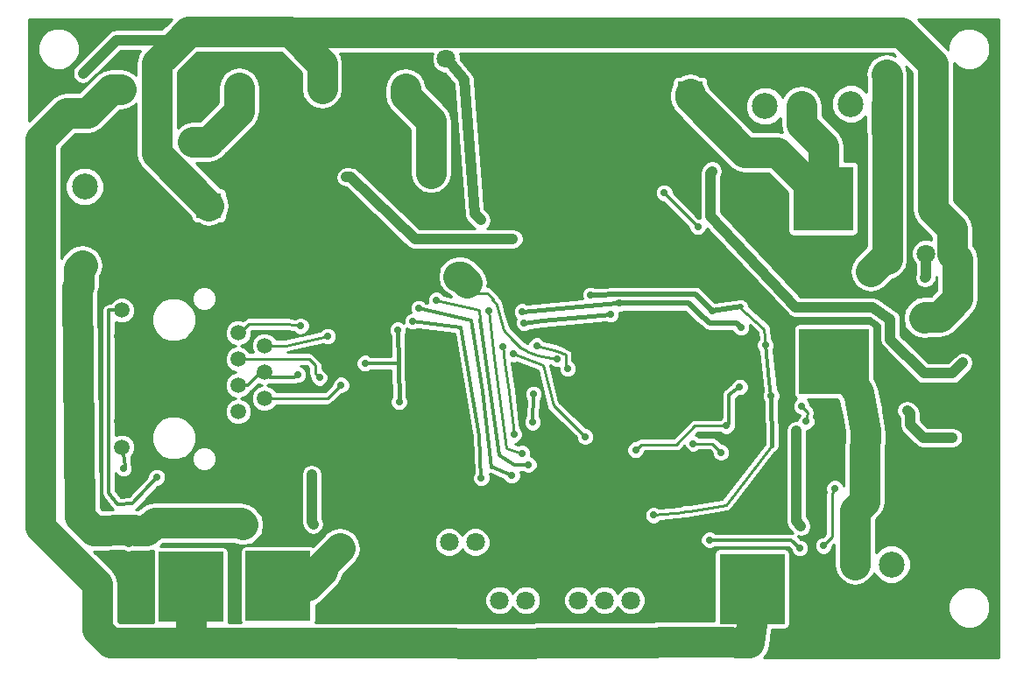
<source format=gbl>
G04 #@! TF.FileFunction,Copper,L2,Bot,Signal*
%FSLAX46Y46*%
G04 Gerber Fmt 4.6, Leading zero omitted, Abs format (unit mm)*
G04 Created by KiCad (PCBNEW 4.0.6-e0-6349~53~ubuntu16.04.1) date Sat May 20 22:39:52 2017*
%MOMM*%
%LPD*%
G01*
G04 APERTURE LIST*
%ADD10C,0.150000*%
%ADD11C,0.600000*%
%ADD12C,1.800000*%
%ADD13R,2.499360X2.499360*%
%ADD14C,0.780000*%
%ADD15R,8.330000X6.990000*%
%ADD16R,10.800000X1.910000*%
%ADD17C,1.500000*%
%ADD18R,2.400000X2.400000*%
%ADD19C,2.400000*%
%ADD20R,6.230000X6.740000*%
%ADD21C,0.500000*%
%ADD22R,5.800000X6.200000*%
%ADD23R,6.740000X6.230000*%
%ADD24C,2.500000*%
%ADD25C,0.700000*%
%ADD26C,0.400000*%
%ADD27C,0.300000*%
%ADD28C,0.500000*%
%ADD29C,0.250000*%
%ADD30C,1.000000*%
%ADD31C,3.000000*%
%ADD32C,0.700000*%
%ADD33C,0.350000*%
%ADD34C,0.254000*%
G04 APERTURE END LIST*
D10*
D11*
X177500000Y-81000000D03*
X177500000Y-82500000D03*
X177500000Y-84000000D03*
X174500000Y-84000000D03*
X175500000Y-85500000D03*
X174500000Y-85500000D03*
X175500000Y-84000000D03*
X176500000Y-84000000D03*
X176500000Y-82500000D03*
X164000000Y-69000000D03*
X163000000Y-67500000D03*
X162000000Y-66500000D03*
X155500000Y-68000000D03*
X154500000Y-67000000D03*
X153500000Y-66000000D03*
X152500000Y-65000000D03*
X154200000Y-63000000D03*
X155700000Y-63000000D03*
X151200000Y-61000000D03*
X152700000Y-61000000D03*
X155700000Y-61000000D03*
X154200000Y-61000000D03*
X148200000Y-61000000D03*
X149700000Y-61000000D03*
X146700000Y-61000000D03*
X145200000Y-61000000D03*
X143700000Y-61500000D03*
X142200000Y-61500000D03*
X142200000Y-63500000D03*
X143700000Y-63500000D03*
X141200000Y-67500000D03*
X142700000Y-67500000D03*
X144200000Y-65500000D03*
X142700000Y-65500000D03*
X141200000Y-65500000D03*
X144200000Y-67500000D03*
X118200000Y-60000000D03*
X121200000Y-60000000D03*
X119700000Y-60000000D03*
X119200000Y-65500000D03*
X120700000Y-65500000D03*
X117700000Y-65500000D03*
X116200000Y-65500000D03*
X114700000Y-65500000D03*
X113200000Y-65000000D03*
X111700000Y-65000000D03*
X110200000Y-65000000D03*
X110200000Y-60000000D03*
X108700000Y-60000000D03*
X104200000Y-60000000D03*
X105700000Y-60000000D03*
X107200000Y-60000000D03*
X113200000Y-71000000D03*
X113200000Y-69000000D03*
X110200000Y-67000000D03*
X111700000Y-67000000D03*
X113200000Y-67000000D03*
X111700000Y-69000000D03*
X110200000Y-69000000D03*
X108700000Y-69000000D03*
X112200000Y-73000000D03*
X112200000Y-75000000D03*
X108700000Y-71000000D03*
X110200000Y-71000000D03*
X107200000Y-71000000D03*
X105700000Y-71000000D03*
X111700000Y-71000000D03*
X110700000Y-81500000D03*
X112200000Y-81500000D03*
X112200000Y-79500000D03*
X112200000Y-77500000D03*
X106200000Y-79500000D03*
X107700000Y-79500000D03*
X106200000Y-77500000D03*
X107700000Y-77500000D03*
X110700000Y-77500000D03*
X109200000Y-77500000D03*
X110700000Y-79500000D03*
X109200000Y-79500000D03*
X103200000Y-79500000D03*
X104700000Y-79500000D03*
X103200000Y-77500000D03*
X104700000Y-77500000D03*
X101700000Y-77500000D03*
X101700000Y-75500000D03*
X100200000Y-77500000D03*
X100200000Y-75500000D03*
X107500000Y-65000000D03*
X103000000Y-68000000D03*
X104500000Y-68000000D03*
X105500000Y-67000000D03*
X126000000Y-70000000D03*
X126000000Y-68000000D03*
X126000000Y-66000000D03*
X112700000Y-83000000D03*
X114200000Y-83000000D03*
X101700000Y-79500000D03*
X100200000Y-79500000D03*
X101700000Y-81500000D03*
X100200000Y-81500000D03*
X179200000Y-117000000D03*
X177700000Y-117000000D03*
X176200000Y-117000000D03*
X173200000Y-117000000D03*
X174700000Y-117000000D03*
X173200000Y-115000000D03*
X173200000Y-113000000D03*
X174700000Y-113000000D03*
X174700000Y-115000000D03*
X174700000Y-110500000D03*
X174700000Y-106500000D03*
X174700000Y-108500000D03*
X173200000Y-108500000D03*
X173200000Y-106500000D03*
X173200000Y-110500000D03*
X176200000Y-100000000D03*
X176200000Y-102000000D03*
X176200000Y-110500000D03*
X176200000Y-106500000D03*
X176200000Y-108500000D03*
X176200000Y-104500000D03*
X177700000Y-104500000D03*
X177700000Y-108500000D03*
X177700000Y-106500000D03*
X177700000Y-110500000D03*
X177700000Y-102000000D03*
X177700000Y-100000000D03*
X179200000Y-90000000D03*
X179200000Y-92000000D03*
X179200000Y-96000000D03*
X179200000Y-94000000D03*
X179200000Y-100000000D03*
X179200000Y-102000000D03*
X179200000Y-98000000D03*
X179200000Y-110500000D03*
X179200000Y-106500000D03*
X179200000Y-108500000D03*
X179200000Y-104500000D03*
X179200000Y-77500000D03*
X179200000Y-81500000D03*
X179200000Y-79500000D03*
X179200000Y-85500000D03*
X179200000Y-87500000D03*
X179200000Y-83500000D03*
X179200000Y-71000000D03*
X177700000Y-71000000D03*
X179200000Y-75000000D03*
X179200000Y-73000000D03*
X177700000Y-73000000D03*
X177700000Y-67000000D03*
X179200000Y-67000000D03*
X179200000Y-69000000D03*
X177700000Y-69000000D03*
X177700000Y-65000000D03*
X179200000Y-65000000D03*
X179200000Y-63000000D03*
D12*
X142759680Y-112320000D03*
X145299680Y-112320000D03*
X132620000Y-112320000D03*
X135160000Y-112320000D03*
X140229840Y-112320000D03*
X137689840Y-112320000D03*
D11*
X127010000Y-89430000D03*
X126248000Y-88668000D03*
X126248000Y-90192000D03*
X127772000Y-88668000D03*
X127772000Y-90192000D03*
D13*
X127010000Y-89430000D03*
D14*
X140200000Y-61260000D03*
X131200000Y-61260000D03*
X138700000Y-65760000D03*
X138700000Y-64260000D03*
X138700000Y-62760000D03*
X138700000Y-61260000D03*
X135700000Y-65760000D03*
X135700000Y-64260000D03*
X135700000Y-62760000D03*
X135700000Y-61260000D03*
X137200000Y-61260000D03*
X137200000Y-62760000D03*
X137200000Y-64260000D03*
X137200000Y-65760000D03*
X134200000Y-65760000D03*
X134200000Y-64260000D03*
X134200000Y-62760000D03*
X134200000Y-61260000D03*
X132700000Y-61260000D03*
X132700000Y-62760000D03*
X132700000Y-64260000D03*
X132700000Y-65760000D03*
D15*
X135700000Y-63585000D03*
D16*
X135700000Y-61050000D03*
D17*
X96100000Y-84275000D03*
X96100000Y-86815000D03*
X96100000Y-94985000D03*
X96100000Y-97525000D03*
X107350000Y-86460000D03*
X107350000Y-91530000D03*
X107350000Y-89000000D03*
X107350000Y-94070000D03*
X109890000Y-87720000D03*
X109890000Y-92800000D03*
X109890000Y-90260000D03*
X109890000Y-95340000D03*
D18*
X104510000Y-74140000D03*
D19*
X109510000Y-74140000D03*
D18*
X151040000Y-63370000D03*
D19*
X146040000Y-63370000D03*
D12*
X125200000Y-106700000D03*
X127740000Y-106700000D03*
X130280000Y-106700000D03*
X127460000Y-59959840D03*
X127460000Y-57419840D03*
D20*
X157020000Y-111220000D03*
D21*
X154520000Y-113720000D03*
X154520000Y-112720000D03*
X154520000Y-111720000D03*
X154520000Y-110720000D03*
X154520000Y-109720000D03*
X154520000Y-108720000D03*
X155520000Y-113720000D03*
X155520000Y-112720000D03*
X155520000Y-111720000D03*
X155520000Y-110720000D03*
X155520000Y-109720000D03*
X155520000Y-108720000D03*
X156520000Y-108720000D03*
X156520000Y-109720000D03*
X156520000Y-110720000D03*
X156520000Y-111720000D03*
X156520000Y-112720000D03*
X156520000Y-113720000D03*
X157520000Y-113720000D03*
X157520000Y-112720000D03*
X157520000Y-111720000D03*
X157520000Y-110720000D03*
X157520000Y-109720000D03*
X157520000Y-108720000D03*
X158520000Y-108720000D03*
X158520000Y-109720000D03*
X158520000Y-110720000D03*
X158520000Y-111720000D03*
X158520000Y-112720000D03*
X158520000Y-113720000D03*
X159520000Y-113720000D03*
X159520000Y-112720000D03*
X159520000Y-111720000D03*
X159520000Y-110720000D03*
X159520000Y-109720000D03*
X159520000Y-108720000D03*
D20*
X102760000Y-111020000D03*
D21*
X100260000Y-113520000D03*
X100260000Y-112520000D03*
X100260000Y-111520000D03*
X100260000Y-110520000D03*
X100260000Y-109520000D03*
X100260000Y-108520000D03*
X101260000Y-113520000D03*
X101260000Y-112520000D03*
X101260000Y-111520000D03*
X101260000Y-110520000D03*
X101260000Y-109520000D03*
X101260000Y-108520000D03*
X102260000Y-108520000D03*
X102260000Y-109520000D03*
X102260000Y-110520000D03*
X102260000Y-111520000D03*
X102260000Y-112520000D03*
X102260000Y-113520000D03*
X103260000Y-113520000D03*
X103260000Y-112520000D03*
X103260000Y-111520000D03*
X103260000Y-110520000D03*
X103260000Y-109520000D03*
X103260000Y-108520000D03*
X104260000Y-108520000D03*
X104260000Y-109520000D03*
X104260000Y-110520000D03*
X104260000Y-111520000D03*
X104260000Y-112520000D03*
X104260000Y-113520000D03*
X105260000Y-113520000D03*
X105260000Y-112520000D03*
X105260000Y-111520000D03*
X105260000Y-110520000D03*
X105260000Y-109520000D03*
X105260000Y-108520000D03*
D20*
X111210000Y-110940000D03*
D21*
X108710000Y-113440000D03*
X108710000Y-112440000D03*
X108710000Y-111440000D03*
X108710000Y-110440000D03*
X108710000Y-109440000D03*
X108710000Y-108440000D03*
X109710000Y-113440000D03*
X109710000Y-112440000D03*
X109710000Y-111440000D03*
X109710000Y-110440000D03*
X109710000Y-109440000D03*
X109710000Y-108440000D03*
X110710000Y-108440000D03*
X110710000Y-109440000D03*
X110710000Y-110440000D03*
X110710000Y-111440000D03*
X110710000Y-112440000D03*
X110710000Y-113440000D03*
X111710000Y-113440000D03*
X111710000Y-112440000D03*
X111710000Y-111440000D03*
X111710000Y-110440000D03*
X111710000Y-109440000D03*
X111710000Y-108440000D03*
X112710000Y-108440000D03*
X112710000Y-109440000D03*
X112710000Y-110440000D03*
X112710000Y-111440000D03*
X112710000Y-112440000D03*
X112710000Y-113440000D03*
X113710000Y-113440000D03*
X113710000Y-112440000D03*
X113710000Y-111440000D03*
X113710000Y-110440000D03*
X113710000Y-109440000D03*
X113710000Y-108440000D03*
D22*
X163900000Y-73490000D03*
D21*
X166400000Y-70980000D03*
X166400000Y-71980000D03*
X166400000Y-72980000D03*
X166400000Y-73980000D03*
X166400000Y-74980000D03*
X166400000Y-75980000D03*
X165400000Y-70980000D03*
X165400000Y-71980000D03*
X165400000Y-72980000D03*
X165400000Y-73980000D03*
X165400000Y-74980000D03*
X165400000Y-75980000D03*
X164400000Y-75980000D03*
X164400000Y-74980000D03*
X164400000Y-73980000D03*
X164400000Y-72980000D03*
X164400000Y-71980000D03*
X164400000Y-70980000D03*
X163400000Y-70980000D03*
X163400000Y-71980000D03*
X163400000Y-72980000D03*
X163400000Y-73980000D03*
X163400000Y-74980000D03*
X163400000Y-75980000D03*
X162400000Y-75980000D03*
X162400000Y-74980000D03*
X162400000Y-73980000D03*
X162400000Y-72980000D03*
X162400000Y-71980000D03*
X162400000Y-70980000D03*
X161400000Y-70980000D03*
X161400000Y-71980000D03*
X161400000Y-72980000D03*
X161400000Y-73980000D03*
X161400000Y-74980000D03*
X161400000Y-75980000D03*
D23*
X164940000Y-89210000D03*
D21*
X162440000Y-86710000D03*
X163440000Y-86710000D03*
X164440000Y-86710000D03*
X165440000Y-86710000D03*
X166440000Y-86710000D03*
X167440000Y-86710000D03*
X162440000Y-87710000D03*
X163440000Y-87710000D03*
X164440000Y-87710000D03*
X165440000Y-87710000D03*
X166440000Y-87710000D03*
X167440000Y-87710000D03*
X167440000Y-88710000D03*
X166440000Y-88710000D03*
X165440000Y-88710000D03*
X164440000Y-88710000D03*
X163440000Y-88710000D03*
X162440000Y-88710000D03*
X162440000Y-89710000D03*
X163440000Y-89710000D03*
X164440000Y-89710000D03*
X165440000Y-89710000D03*
X166440000Y-89710000D03*
X167440000Y-89710000D03*
X167440000Y-90710000D03*
X166440000Y-90710000D03*
X165440000Y-90710000D03*
X164440000Y-90710000D03*
X163440000Y-90710000D03*
X162440000Y-90710000D03*
X162440000Y-91710000D03*
X163440000Y-91710000D03*
X164440000Y-91710000D03*
X165440000Y-91710000D03*
X166440000Y-91710000D03*
X167440000Y-91710000D03*
D12*
X127729840Y-112590000D03*
X125189840Y-112590000D03*
X173850160Y-78790000D03*
X176390160Y-78790000D03*
D24*
X158269940Y-64520000D03*
X161770060Y-64520000D03*
X166559940Y-64320000D03*
X170060060Y-64320000D03*
X120700060Y-107290000D03*
X117199940Y-107290000D03*
X92510000Y-75820060D03*
X92510000Y-72319940D03*
X119999940Y-62850000D03*
X123500060Y-62850000D03*
X111949940Y-62800000D03*
X115450060Y-62800000D03*
X103949940Y-62750000D03*
X107450060Y-62750000D03*
X95979940Y-62920000D03*
X99480060Y-62920000D03*
X170490060Y-108850000D03*
X166989940Y-108850000D03*
D11*
X177700000Y-63000000D03*
X125000000Y-64500000D03*
X170000000Y-62000000D03*
X98500000Y-105500000D03*
X106500000Y-66000000D03*
X176500000Y-81000000D03*
D25*
X119600000Y-89400000D03*
X113100000Y-90500000D03*
X122770000Y-86170000D03*
X122900000Y-93150000D03*
X144200000Y-83600000D03*
X134800000Y-84400000D03*
X155950000Y-85950000D03*
X143325000Y-84650000D03*
X135000000Y-85500000D03*
X134800000Y-98100000D03*
X131600000Y-84300000D03*
X133975000Y-88500000D03*
X140900000Y-96500000D03*
X93000000Y-57110000D03*
X174370000Y-87720000D03*
X176280000Y-94610000D03*
X167720000Y-77910000D03*
X173990000Y-103200000D03*
X172620000Y-101490000D03*
X172620000Y-101500000D03*
X165400000Y-116800000D03*
X147010000Y-79640000D03*
X157430000Y-74880000D03*
X154720000Y-74330000D03*
X147220000Y-75630000D03*
X163390000Y-99860000D03*
X163770000Y-105230000D03*
X158590000Y-100380000D03*
X138390000Y-110140000D03*
X134560000Y-106650000D03*
X118830000Y-99150000D03*
X96380000Y-112610000D03*
X94450000Y-103100000D03*
X95440000Y-108510000D03*
X131430000Y-79700000D03*
X139250000Y-76220000D03*
X135710000Y-76540000D03*
X87450000Y-61410000D03*
X156420000Y-92870000D03*
X110900000Y-100500000D03*
X126300000Y-95800000D03*
X134600000Y-92300000D03*
X138670000Y-82750000D03*
X154350000Y-82100000D03*
X159550000Y-87400000D03*
X148950000Y-99050000D03*
X129500000Y-101200000D03*
X124000000Y-82800000D03*
X118300000Y-93300000D03*
X99470000Y-100440000D03*
X117300000Y-91500000D03*
X115200000Y-90800000D03*
X116000000Y-86800000D03*
X113400000Y-85800000D03*
X96280000Y-99580000D03*
X136200000Y-87700000D03*
X139200000Y-89900000D03*
X117800000Y-71400000D03*
X133900000Y-77380000D03*
X135400000Y-99200000D03*
X126500000Y-83300000D03*
X133800000Y-100250000D03*
X124800000Y-84100000D03*
X130850000Y-100500000D03*
X124200000Y-85350000D03*
X135800000Y-95100000D03*
X135900000Y-92400000D03*
X134000000Y-96300000D03*
X132900000Y-87800000D03*
X151340000Y-97170000D03*
X154010000Y-98020000D03*
X162260000Y-95040000D03*
X161800000Y-93540000D03*
X114460000Y-100150000D03*
X114630000Y-104950000D03*
X173740000Y-81110000D03*
X127850000Y-80350000D03*
X128650000Y-81000000D03*
X129450000Y-81600000D03*
X141400000Y-82800000D03*
X153150000Y-84300000D03*
X158300000Y-87650000D03*
X129400000Y-82700000D03*
X138200000Y-89000000D03*
X158860000Y-92520000D03*
X147500000Y-104100000D03*
X114000000Y-57500000D03*
X113995000Y-59005000D03*
X115000000Y-60000000D03*
X173620000Y-85040000D03*
X92350000Y-61350000D03*
X145760000Y-97780000D03*
X154550000Y-95450000D03*
X155830000Y-91690000D03*
X176390000Y-96590000D03*
X172010000Y-93980000D03*
X177390000Y-89340000D03*
X161250000Y-83990000D03*
X153170000Y-70830000D03*
X163920000Y-107040000D03*
X165000000Y-101500000D03*
X152890000Y-106480000D03*
X161630000Y-107290000D03*
X92260000Y-79910000D03*
X107820000Y-105030000D03*
X96790000Y-106680000D03*
X97450000Y-105610000D03*
X115500000Y-109000000D03*
X170000000Y-79000000D03*
X170000000Y-67000000D03*
X130820000Y-75550000D03*
X161270000Y-95940000D03*
X161740000Y-105160000D03*
X148530000Y-72920000D03*
X151770000Y-76200000D03*
D26*
X122830182Y-89401310D02*
X122900000Y-93150000D01*
D27*
X122830182Y-89401300D02*
X122830182Y-89401310D01*
X119601300Y-89401300D02*
X122830182Y-89401300D01*
X119600000Y-89400000D02*
X119601300Y-89401300D01*
X109890000Y-90260000D02*
X109540000Y-90260000D01*
X108270000Y-91530000D02*
X107350000Y-91530000D01*
X109540000Y-90260000D02*
X108270000Y-91530000D01*
X110430000Y-90800000D02*
X109890000Y-90260000D01*
X112800000Y-90800000D02*
X110430000Y-90800000D01*
X113100000Y-90500000D02*
X112800000Y-90800000D01*
D26*
X122770000Y-86170000D02*
X122830182Y-89401310D01*
D28*
X152900000Y-85500000D02*
X155500000Y-85500000D01*
X155500000Y-85500000D02*
X155950000Y-85950000D01*
X152430010Y-85030010D02*
X152900000Y-85500000D01*
X150900000Y-83600000D02*
X152330010Y-85030010D01*
X152330010Y-85030010D02*
X152430010Y-85030010D01*
X143900000Y-83600000D02*
X144200000Y-83600000D01*
X144200000Y-83600000D02*
X150900000Y-83600000D01*
D26*
X143900000Y-83600000D02*
X134800000Y-84400000D01*
X135000000Y-85500000D02*
X136700000Y-85300000D01*
X136700000Y-85300000D02*
X143325000Y-84650000D01*
D29*
X134800000Y-98100000D02*
X133300000Y-97600000D01*
X133300000Y-97600000D02*
X132100000Y-88900000D01*
X132100000Y-88900000D02*
X131600000Y-84300000D01*
X140900000Y-96500000D02*
X137800000Y-93500000D01*
X137800000Y-93500000D02*
X136850000Y-89600000D01*
X136850000Y-89600000D02*
X133975000Y-88500000D01*
D30*
X174370000Y-87740000D02*
X174370000Y-87760000D01*
X174370000Y-87720000D02*
X174370000Y-87740000D01*
X176340000Y-94670000D02*
X176340000Y-94710000D01*
X176280000Y-94610000D02*
X176340000Y-94670000D01*
D31*
X172260000Y-101210000D02*
X173750000Y-102700000D01*
X172260000Y-101210000D02*
X172260000Y-101130000D01*
X173750000Y-102960000D02*
X173750000Y-102700000D01*
X173990000Y-103200000D02*
X173750000Y-102960000D01*
X172620000Y-101490000D02*
X172260000Y-101130000D01*
X172260000Y-101130000D02*
X172260000Y-100770000D01*
D30*
X172610000Y-101510000D02*
X172590000Y-101510000D01*
X172620000Y-101500000D02*
X172610000Y-101510000D01*
X165340000Y-116860000D02*
X165340000Y-116910000D01*
X165400000Y-116800000D02*
X165340000Y-116860000D01*
X147220000Y-75630000D02*
X147220000Y-75660000D01*
X163760000Y-105220000D02*
X163740000Y-105220000D01*
X163770000Y-105230000D02*
X163760000Y-105220000D01*
D27*
X118810000Y-99190000D02*
X118810000Y-99210000D01*
X118830000Y-99170000D02*
X118810000Y-99190000D01*
X118830000Y-99150000D02*
X118830000Y-99170000D01*
X96380000Y-112610000D02*
X96380000Y-109450000D01*
X96380000Y-109450000D02*
X95440000Y-108510000D01*
D30*
X139300000Y-76270000D02*
X139200000Y-76170000D01*
X139250000Y-76220000D02*
X139300000Y-76270000D01*
D29*
X156420000Y-92870000D02*
X156470000Y-92820000D01*
X134800000Y-95600000D02*
X140600000Y-101000000D01*
X134800000Y-92900000D02*
X134800000Y-95600000D01*
X134600000Y-92300000D02*
X134800000Y-92900000D01*
X138670000Y-82750000D02*
X138670000Y-82800000D01*
X148950000Y-99050000D02*
X148950000Y-99025000D01*
D28*
X124000000Y-82800000D02*
X124000000Y-82700000D01*
D32*
X118300000Y-93300000D02*
X118300000Y-93330000D01*
D27*
X94825000Y-84275000D02*
X96100000Y-84275000D01*
X94840000Y-86130000D02*
X94825000Y-84275000D01*
X94840000Y-101930000D02*
X94840000Y-86130000D01*
X95650000Y-103010000D02*
X94840000Y-101930000D01*
X97100000Y-103000000D02*
X95650000Y-103010000D01*
X99470000Y-100440000D02*
X97100000Y-103000000D01*
D29*
X116000000Y-92800000D02*
X109890000Y-92800000D01*
X117300000Y-91500000D02*
X116000000Y-92800000D01*
X114200000Y-89000000D02*
X107350000Y-89000000D01*
X114800000Y-89600000D02*
X114200000Y-89000000D01*
X114800000Y-90400000D02*
X114800000Y-89600000D01*
X115200000Y-90800000D02*
X114800000Y-90400000D01*
X116000000Y-86800000D02*
X111920000Y-87720000D01*
X109890000Y-87720000D02*
X111920000Y-87720000D01*
X107350000Y-86460000D02*
X107540000Y-86460000D01*
X112100000Y-85600000D02*
X113400000Y-85800000D01*
X108400000Y-85600000D02*
X112100000Y-85600000D01*
X107540000Y-86460000D02*
X108400000Y-85600000D01*
D27*
X96370000Y-98680000D02*
X96100000Y-97525000D01*
X96400000Y-99460000D02*
X96370000Y-98680000D01*
X96280000Y-99580000D02*
X96400000Y-99460000D01*
D29*
X138200000Y-88200000D02*
X136200000Y-87700000D01*
X139200000Y-89900000D02*
X139000000Y-89700000D01*
X139000000Y-89700000D02*
X139000000Y-88600000D01*
X139000000Y-88600000D02*
X138200000Y-88200000D01*
X136200000Y-87700000D02*
X136200000Y-87700000D01*
D30*
X118200000Y-71400000D02*
X117800000Y-71400000D01*
X124450000Y-77380000D02*
X118200000Y-71400000D01*
X133900000Y-77380000D02*
X124450000Y-77380000D01*
D27*
X135400000Y-99200000D02*
X134000000Y-99200000D01*
X134000000Y-99200000D02*
X132600000Y-98300000D01*
X132600000Y-98300000D02*
X130770000Y-85220000D01*
D29*
X130605997Y-84233053D02*
X126500000Y-83300000D01*
X130770000Y-85220000D02*
X130605997Y-84233053D01*
D27*
X133800000Y-100250000D02*
X131800000Y-99400000D01*
X131850000Y-99450000D02*
X130970000Y-92160000D01*
X129900000Y-85250000D02*
X124800000Y-84100000D01*
X130970000Y-92160000D02*
X129900000Y-85250000D01*
X130850000Y-100500000D02*
X130802033Y-100599872D01*
X130802033Y-100599872D02*
X130610000Y-96430000D01*
X130610000Y-96430000D02*
X128900000Y-85950000D01*
X128900000Y-85950000D02*
X124200000Y-85350000D01*
X135800000Y-95100000D02*
X135900000Y-92400000D01*
D26*
X132900000Y-87800000D02*
X132910000Y-87686441D01*
D29*
X132910000Y-87686441D02*
X133100000Y-89300000D01*
X133100000Y-89300000D02*
X133550000Y-92100000D01*
X133550000Y-92100000D02*
X134000000Y-96300000D01*
X153160000Y-97170000D02*
X151340000Y-97170000D01*
X154010000Y-98020000D02*
X153160000Y-97170000D01*
X162410000Y-94150000D02*
X162260000Y-95040000D01*
X161800000Y-93540000D02*
X162410000Y-94150000D01*
D30*
X114460000Y-104780000D02*
X114460000Y-100150000D01*
X114630000Y-104950000D02*
X114460000Y-104780000D01*
X164000000Y-69000000D02*
X164000000Y-68500000D01*
X164000000Y-68500000D02*
X161770060Y-66270060D01*
X161770060Y-66270060D02*
X161770060Y-64520000D01*
D31*
X161770060Y-64520000D02*
X161770060Y-66270060D01*
X163900000Y-68400000D02*
X163900000Y-73490000D01*
X161770060Y-66270060D02*
X163900000Y-68400000D01*
D30*
X152500000Y-65000000D02*
X153500000Y-66000000D01*
X155500000Y-68000000D02*
X154500000Y-67000000D01*
X154500000Y-67000000D02*
X153500000Y-66000000D01*
D31*
X123500060Y-62850000D02*
X123500060Y-63500060D01*
X123500060Y-63500060D02*
X126000000Y-66000000D01*
X126000000Y-66000000D02*
X126000000Y-71000000D01*
D30*
X173850160Y-80999840D02*
X173850160Y-78790000D01*
X173740000Y-81110000D02*
X173850160Y-80999840D01*
D31*
X151040000Y-63370000D02*
X151040000Y-63700000D01*
X151040000Y-63700000D02*
X156320000Y-68980000D01*
X159390000Y-68980000D02*
X163900000Y-73490000D01*
X156320000Y-68980000D02*
X159390000Y-68980000D01*
X128850000Y-81000000D02*
X128650000Y-81000000D01*
X129450000Y-81600000D02*
X128850000Y-81000000D01*
D28*
X144500000Y-82700000D02*
X151550000Y-82700000D01*
X151550000Y-82700000D02*
X153150000Y-84300000D01*
X141400332Y-82800332D02*
X141400332Y-82809400D01*
X141400000Y-82800000D02*
X141400332Y-82800332D01*
X153150000Y-84300000D02*
X153150000Y-84450000D01*
X144500000Y-82700000D02*
X141400332Y-82809400D01*
D33*
X158300000Y-87650000D02*
X158700000Y-91200000D01*
X158700000Y-91200000D02*
X158860000Y-92520000D01*
D28*
X155950000Y-83900000D02*
X153150000Y-84300000D01*
D29*
X155725000Y-83875000D02*
X155950000Y-83900000D01*
X158200000Y-86100000D02*
X155725000Y-83875000D01*
X158300000Y-87650000D02*
X158200000Y-86100000D01*
X158950000Y-97350000D02*
X154500000Y-103100000D01*
X154480000Y-103120000D02*
X151000000Y-103710000D01*
X154500000Y-103100000D02*
X154480000Y-103120000D01*
X132000000Y-83200000D02*
X131950000Y-83200000D01*
X131900000Y-83100000D02*
X132000000Y-83200000D01*
X129400000Y-82700000D02*
X129500000Y-82600000D01*
X129500000Y-82600000D02*
X131400000Y-82600000D01*
X131400000Y-82600000D02*
X131900000Y-83100000D01*
X131950000Y-83200000D02*
X132300000Y-83700000D01*
X134650000Y-87850000D02*
X135108911Y-88110891D01*
X135108911Y-88110891D02*
X135400000Y-88300000D01*
X135400000Y-88300000D02*
X136350000Y-88650000D01*
X136350000Y-88650000D02*
X137200000Y-88850000D01*
X137200000Y-88850000D02*
X138200000Y-89000000D01*
X134650000Y-87850000D02*
X133900000Y-87100000D01*
X133000000Y-86200000D02*
X133900000Y-87100000D01*
X132300000Y-83700000D02*
X133000000Y-86200000D01*
D26*
X158860000Y-92520000D02*
X158950000Y-97350000D01*
X158950000Y-97350000D02*
X158950000Y-97400000D01*
D29*
X151000000Y-103710000D02*
X150450000Y-103700000D01*
X147500000Y-104100000D02*
X150440000Y-103790000D01*
X150440000Y-103790000D02*
X150450000Y-103700000D01*
D30*
X176500000Y-81000000D02*
X177500000Y-81000000D01*
X173620000Y-85040000D02*
X174040000Y-85040000D01*
X174040000Y-85040000D02*
X174500000Y-85500000D01*
X174500000Y-85500000D02*
X175500000Y-85500000D01*
D31*
X114005000Y-59005000D02*
X113995000Y-59005000D01*
X115000000Y-60000000D02*
X114005000Y-59005000D01*
X114000000Y-57500000D02*
X114000000Y-57419840D01*
X114000000Y-57419840D02*
X114000000Y-57500000D01*
X114000000Y-57500000D02*
X114000000Y-57419840D01*
X174510000Y-65160000D02*
X174510000Y-74500000D01*
X171469840Y-57419840D02*
X174510000Y-60460000D01*
X174510000Y-60460000D02*
X174510000Y-65160000D01*
X127460000Y-57419840D02*
X171469840Y-57419840D01*
X176390160Y-76380160D02*
X176390160Y-78790000D01*
X174510000Y-74500000D02*
X176390160Y-76380160D01*
X173620000Y-85040000D02*
X173770000Y-84890000D01*
X173770000Y-84890000D02*
X175180000Y-84890000D01*
X175180000Y-84890000D02*
X176900000Y-83170000D01*
X176900000Y-83170000D02*
X176900000Y-79299840D01*
X176900000Y-79299840D02*
X176390160Y-78790000D01*
D30*
X95570000Y-58130000D02*
X101750000Y-58130000D01*
X92350000Y-61350000D02*
X95570000Y-58130000D01*
D31*
X127460000Y-57419840D02*
X114000000Y-57419840D01*
X114000000Y-57419840D02*
X112409840Y-57419840D01*
X112409840Y-57419840D02*
X112320000Y-57330000D01*
X115450060Y-62800000D02*
X115450060Y-60460060D01*
X99480060Y-60399940D02*
X99480060Y-62920000D01*
X102550000Y-57330000D02*
X101750000Y-58130000D01*
X101750000Y-58130000D02*
X99480060Y-60399940D01*
X112320000Y-57330000D02*
X102550000Y-57330000D01*
X115450060Y-60460060D02*
X112320000Y-57330000D01*
X99480060Y-62920000D02*
X99480060Y-69110060D01*
X99480060Y-69110060D02*
X104510000Y-74140000D01*
D29*
X154550000Y-95450000D02*
X151510000Y-95450000D01*
X146280000Y-97260000D02*
X145760000Y-97780000D01*
X149700000Y-97260000D02*
X146280000Y-97260000D01*
X151510000Y-95450000D02*
X149700000Y-97260000D01*
D27*
X154750000Y-95250000D02*
X154550000Y-95450000D01*
X154780000Y-92420000D02*
X154750000Y-95250000D01*
X155830000Y-91690000D02*
X154780000Y-92420000D01*
D30*
X173550000Y-96590000D02*
X176390000Y-96590000D01*
X172300000Y-95340000D02*
X173550000Y-96590000D01*
X172300000Y-94270000D02*
X172300000Y-95340000D01*
X172010000Y-93980000D02*
X172300000Y-94270000D01*
X168690000Y-83990000D02*
X161250000Y-83990000D01*
X170380000Y-85150000D02*
X168690000Y-83990000D01*
X170380000Y-87090000D02*
X170380000Y-85150000D01*
X173660000Y-90370000D02*
X170380000Y-87090000D01*
X176360000Y-90370000D02*
X173660000Y-90370000D01*
X177390000Y-89340000D02*
X176360000Y-90370000D01*
X161250000Y-83990000D02*
X153000000Y-75210000D01*
X153000000Y-75210000D02*
X153000000Y-71000000D01*
X153000000Y-71000000D02*
X153170000Y-70830000D01*
D31*
X153780000Y-116370000D02*
X156740000Y-116450000D01*
X130260000Y-116470000D02*
X153780000Y-116370000D01*
X126770000Y-116460000D02*
X130260000Y-116470000D01*
X102140000Y-116460000D02*
X126770000Y-116460000D01*
X156740000Y-116450000D02*
X157020000Y-114070000D01*
X157020000Y-114070000D02*
X157020000Y-111220000D01*
X95979940Y-62920000D02*
X95110000Y-62920000D01*
X95110000Y-62920000D02*
X92820000Y-65210000D01*
X92820000Y-65210000D02*
X90750000Y-65210000D01*
X90750000Y-65210000D02*
X88190000Y-67770000D01*
X88190000Y-67770000D02*
X88190000Y-105260000D01*
X88190000Y-105260000D02*
X93700000Y-110770000D01*
X93700000Y-110770000D02*
X93700000Y-115130000D01*
X93700000Y-115130000D02*
X95030000Y-116460000D01*
X95030000Y-116460000D02*
X102140000Y-116460000D01*
X102140000Y-116460000D02*
X102760000Y-115840000D01*
X102760000Y-115840000D02*
X102760000Y-111020000D01*
D30*
X107450060Y-62750000D02*
X107450060Y-64950060D01*
X107450060Y-64950060D02*
X106500000Y-65900120D01*
X106500000Y-65900120D02*
X106500000Y-66000000D01*
X106500000Y-66000000D02*
X104500000Y-68000000D01*
X104500000Y-68000000D02*
X103000000Y-68000000D01*
D31*
X104500000Y-68000000D02*
X103000000Y-68000000D01*
X107450060Y-62750000D02*
X107450060Y-65049940D01*
X107450060Y-65049940D02*
X105000000Y-67500000D01*
D29*
X164760000Y-106200000D02*
X163920000Y-107040000D01*
X164760000Y-102060000D02*
X164760000Y-106200000D01*
X165000000Y-101500000D02*
X164760000Y-102060000D01*
D27*
X152890000Y-106480000D02*
X158810000Y-106480000D01*
X158810000Y-106480000D02*
X160820000Y-106480000D01*
X160820000Y-106480000D02*
X161630000Y-107290000D01*
D31*
X96790000Y-105540000D02*
X97270000Y-105540000D01*
X97430000Y-105590000D02*
X97270000Y-105540000D01*
X97430000Y-105590000D02*
X97450000Y-105610000D01*
X91820000Y-82070000D02*
X92010000Y-104190000D01*
X92010000Y-104190000D02*
X93410000Y-105590000D01*
X93410000Y-105590000D02*
X96790000Y-105540000D01*
X91920000Y-81970000D02*
X91820000Y-82070000D01*
X91920000Y-80250000D02*
X91920000Y-81970000D01*
X92260000Y-79910000D02*
X91920000Y-80250000D01*
X97450000Y-105610000D02*
X98500000Y-105610000D01*
X107620000Y-104830000D02*
X107820000Y-105030000D01*
X99280000Y-104830000D02*
X107620000Y-104830000D01*
X98500000Y-105610000D02*
X99280000Y-104830000D01*
D30*
X96790000Y-106680000D02*
X96390000Y-105590000D01*
X96390000Y-105590000D02*
X96790000Y-106680000D01*
X96790000Y-106680000D02*
X96390000Y-105590000D01*
D31*
X115500000Y-109000000D02*
X115500000Y-109500000D01*
X115500000Y-109500000D02*
X114060000Y-110940000D01*
X114060000Y-110940000D02*
X111210000Y-110940000D01*
X117199940Y-107290000D02*
X117199940Y-107300060D01*
X117199940Y-107300060D02*
X115500000Y-109000000D01*
D30*
X170000000Y-62000000D02*
X170000000Y-64259940D01*
X170000000Y-64259940D02*
X170060060Y-64320000D01*
D31*
X170000000Y-79000000D02*
X168500000Y-80500000D01*
X170060060Y-79000000D02*
X170060060Y-79339940D01*
X170000000Y-79000000D02*
X170060060Y-79000000D01*
X170060060Y-64320000D02*
X170060060Y-61560060D01*
X170060060Y-61560060D02*
X170000000Y-61500000D01*
X170060060Y-61560060D02*
X170000000Y-61500000D01*
X170000000Y-67000000D02*
X170000000Y-64380060D01*
X170000000Y-64380060D02*
X170060060Y-64320000D01*
X170000000Y-67000000D02*
X170060060Y-67000000D01*
X170060060Y-67000000D02*
X170000000Y-67000000D01*
X170000000Y-67000000D02*
X170060060Y-67000000D01*
X170060060Y-79339940D02*
X170060060Y-67000000D01*
X170060060Y-67000000D02*
X170060060Y-64320000D01*
D30*
X127460000Y-59959840D02*
X127509840Y-59959840D01*
X127509840Y-59959840D02*
X129190000Y-62020000D01*
X129190000Y-62020000D02*
X130200000Y-74930000D01*
X130200000Y-74930000D02*
X130820000Y-75550000D01*
X161270000Y-104690000D02*
X161270000Y-95940000D01*
X161740000Y-105160000D02*
X161270000Y-104690000D01*
D27*
X148560000Y-72990000D02*
X148530000Y-72920000D01*
X151770000Y-76200000D02*
X148560000Y-72990000D01*
D31*
X166989940Y-108850000D02*
X166989940Y-103630060D01*
X167950000Y-95920000D02*
X167670000Y-94100000D01*
X167670000Y-94100000D02*
X167290000Y-92220000D01*
X167290000Y-92220000D02*
X165540000Y-89810000D01*
X167870000Y-98420000D02*
X167950000Y-95920000D01*
X167870000Y-102750000D02*
X167870000Y-98420000D01*
X166989940Y-103630060D02*
X167870000Y-102750000D01*
X165540000Y-89810000D02*
X164940000Y-89210000D01*
D34*
G36*
X180873000Y-117873000D02*
X158168400Y-117873000D01*
X158310781Y-117671895D01*
X158509243Y-117439195D01*
X158537712Y-117351366D01*
X158591063Y-117276011D01*
X158658812Y-116977769D01*
X158753116Y-116686837D01*
X158936588Y-115127324D01*
X160135000Y-115127324D01*
X160330294Y-115090577D01*
X160509660Y-114975158D01*
X160629990Y-114799049D01*
X160672324Y-114590000D01*
X160672324Y-113401426D01*
X175972649Y-113401426D01*
X176280591Y-114146703D01*
X176850298Y-114717405D01*
X177595036Y-115026647D01*
X178401426Y-115027351D01*
X179146703Y-114719409D01*
X179717405Y-114149702D01*
X180026647Y-113404964D01*
X180027351Y-112598574D01*
X179719409Y-111853297D01*
X179149702Y-111282595D01*
X178404964Y-110973353D01*
X177598574Y-110972649D01*
X176853297Y-111280591D01*
X176282595Y-111850298D01*
X175973353Y-112595036D01*
X175972649Y-113401426D01*
X160672324Y-113401426D01*
X160672324Y-107850000D01*
X160635577Y-107654706D01*
X160520158Y-107475340D01*
X160344049Y-107355010D01*
X160135000Y-107312676D01*
X153905000Y-107312676D01*
X153709706Y-107349423D01*
X153530340Y-107464842D01*
X153410010Y-107640951D01*
X153367676Y-107850000D01*
X153367676Y-114344734D01*
X130258595Y-114442987D01*
X126775808Y-114433008D01*
X126772902Y-114433577D01*
X126770000Y-114433000D01*
X114837416Y-114433000D01*
X114862324Y-114310000D01*
X114862324Y-112794914D01*
X115150137Y-112602603D01*
X131192752Y-112602603D01*
X131409543Y-113127275D01*
X131810614Y-113529047D01*
X132334907Y-113746752D01*
X132902603Y-113747248D01*
X133427275Y-113530457D01*
X133829047Y-113129386D01*
X133889881Y-112982882D01*
X133949543Y-113127275D01*
X134350614Y-113529047D01*
X134874907Y-113746752D01*
X135442603Y-113747248D01*
X135967275Y-113530457D01*
X136369047Y-113129386D01*
X136586752Y-112605093D01*
X136586754Y-112602603D01*
X138802592Y-112602603D01*
X139019383Y-113127275D01*
X139420454Y-113529047D01*
X139944747Y-113746752D01*
X140512443Y-113747248D01*
X141037115Y-113530457D01*
X141438887Y-113129386D01*
X141494628Y-112995146D01*
X141549223Y-113127275D01*
X141950294Y-113529047D01*
X142474587Y-113746752D01*
X143042283Y-113747248D01*
X143566955Y-113530457D01*
X143968727Y-113129386D01*
X144029561Y-112982882D01*
X144089223Y-113127275D01*
X144490294Y-113529047D01*
X145014587Y-113746752D01*
X145582283Y-113747248D01*
X146106955Y-113530457D01*
X146508727Y-113129386D01*
X146726432Y-112605093D01*
X146726928Y-112037397D01*
X146510137Y-111512725D01*
X146109066Y-111110953D01*
X145584773Y-110893248D01*
X145017077Y-110892752D01*
X144492405Y-111109543D01*
X144090633Y-111510614D01*
X144029799Y-111657118D01*
X143970137Y-111512725D01*
X143569066Y-111110953D01*
X143044773Y-110893248D01*
X142477077Y-110892752D01*
X141952405Y-111109543D01*
X141550633Y-111510614D01*
X141494892Y-111644854D01*
X141440297Y-111512725D01*
X141039226Y-111110953D01*
X140514933Y-110893248D01*
X139947237Y-110892752D01*
X139422565Y-111109543D01*
X139020793Y-111510614D01*
X138803088Y-112034907D01*
X138802592Y-112602603D01*
X136586754Y-112602603D01*
X136587248Y-112037397D01*
X136370457Y-111512725D01*
X135969386Y-111110953D01*
X135445093Y-110893248D01*
X134877397Y-110892752D01*
X134352725Y-111109543D01*
X133950953Y-111510614D01*
X133890119Y-111657118D01*
X133830457Y-111512725D01*
X133429386Y-111110953D01*
X132905093Y-110893248D01*
X132337397Y-110892752D01*
X131812725Y-111109543D01*
X131410953Y-111510614D01*
X131193248Y-112034907D01*
X131192752Y-112602603D01*
X115150137Y-112602603D01*
X115493305Y-112373305D01*
X116933306Y-110933305D01*
X117372704Y-110275699D01*
X117442674Y-109923936D01*
X118633245Y-108733366D01*
X119072644Y-108075760D01*
X119104193Y-107917151D01*
X119226940Y-107300060D01*
X119226940Y-107290000D01*
X119165795Y-106982603D01*
X126312752Y-106982603D01*
X126529543Y-107507275D01*
X126930614Y-107909047D01*
X127454907Y-108126752D01*
X128022603Y-108127248D01*
X128547275Y-107910457D01*
X128949047Y-107509386D01*
X129009881Y-107362882D01*
X129069543Y-107507275D01*
X129470614Y-107909047D01*
X129994907Y-108126752D01*
X130562603Y-108127248D01*
X131087275Y-107910457D01*
X131489047Y-107509386D01*
X131706752Y-106985093D01*
X131707041Y-106653681D01*
X152012849Y-106653681D01*
X152146082Y-106976131D01*
X152392571Y-107223051D01*
X152714789Y-107356847D01*
X153063681Y-107357151D01*
X153386131Y-107223918D01*
X153453166Y-107157000D01*
X160539578Y-107157000D01*
X160752930Y-107370352D01*
X160752849Y-107463681D01*
X160886082Y-107786131D01*
X161132571Y-108033051D01*
X161454789Y-108166847D01*
X161803681Y-108167151D01*
X162126131Y-108033918D01*
X162373051Y-107787429D01*
X162506847Y-107465211D01*
X162507151Y-107116319D01*
X162373918Y-106793869D01*
X162127429Y-106546949D01*
X161805211Y-106413153D01*
X161710492Y-106413070D01*
X161420961Y-106123539D01*
X161740000Y-106187000D01*
X162133015Y-106108824D01*
X162466198Y-105886198D01*
X162688824Y-105553015D01*
X162767000Y-105160000D01*
X162688824Y-104766984D01*
X162466198Y-104433801D01*
X162297000Y-104264603D01*
X162297000Y-95940000D01*
X162292431Y-95917028D01*
X162433681Y-95917151D01*
X162756131Y-95783918D01*
X163003051Y-95537429D01*
X163136847Y-95215211D01*
X163137151Y-94866319D01*
X163004554Y-94545408D01*
X163052933Y-94258359D01*
X163051325Y-94203664D01*
X163062000Y-94150000D01*
X163047624Y-94077727D01*
X163045459Y-94004071D01*
X163023044Y-93954155D01*
X163012369Y-93900491D01*
X162971433Y-93839226D01*
X162941244Y-93771999D01*
X162901430Y-93734459D01*
X162871033Y-93688966D01*
X162677039Y-93494972D01*
X162677151Y-93366319D01*
X162543918Y-93043869D01*
X162362690Y-92862324D01*
X165251386Y-92862324D01*
X165390586Y-93054023D01*
X165673785Y-94455109D01*
X165918035Y-96042735D01*
X165844037Y-98355169D01*
X165849429Y-98387679D01*
X165843000Y-98420000D01*
X165843000Y-101243667D01*
X165743918Y-101003869D01*
X165497429Y-100756949D01*
X165175211Y-100623153D01*
X164826319Y-100622849D01*
X164503869Y-100756082D01*
X164256949Y-101002571D01*
X164123153Y-101324789D01*
X164122849Y-101673681D01*
X164168677Y-101784593D01*
X164160717Y-101803165D01*
X164159879Y-101807126D01*
X164157631Y-101810490D01*
X164133577Y-101931418D01*
X164108049Y-102052051D01*
X164108790Y-102056029D01*
X164108000Y-102060000D01*
X164108000Y-105929933D01*
X163874971Y-106162961D01*
X163746319Y-106162849D01*
X163423869Y-106296082D01*
X163176949Y-106542571D01*
X163043153Y-106864789D01*
X163042849Y-107213681D01*
X163176082Y-107536131D01*
X163422571Y-107783051D01*
X163744789Y-107916847D01*
X164093681Y-107917151D01*
X164416131Y-107783918D01*
X164663051Y-107537429D01*
X164796847Y-107215211D01*
X164796960Y-107085107D01*
X164962940Y-106919127D01*
X164962940Y-108850000D01*
X165117236Y-109625699D01*
X165556635Y-110283305D01*
X166214241Y-110722704D01*
X166989940Y-110877000D01*
X167765639Y-110722704D01*
X168423245Y-110283305D01*
X168811365Y-109702443D01*
X168897889Y-109911846D01*
X169425436Y-110440316D01*
X170115064Y-110726674D01*
X170861780Y-110727325D01*
X171551906Y-110442171D01*
X172080376Y-109914624D01*
X172366734Y-109224996D01*
X172367385Y-108478280D01*
X172082231Y-107788154D01*
X171554684Y-107259684D01*
X170865056Y-106973326D01*
X170118340Y-106972675D01*
X169428214Y-107257829D01*
X169016940Y-107668385D01*
X169016940Y-104469671D01*
X169303306Y-104183305D01*
X169742704Y-103525700D01*
X169897000Y-102750000D01*
X169897000Y-98452425D01*
X169975963Y-95984830D01*
X169945222Y-95799483D01*
X169953430Y-95611781D01*
X169702387Y-93980000D01*
X170983000Y-93980000D01*
X171061176Y-94373016D01*
X171273000Y-94690034D01*
X171273000Y-95340000D01*
X171351176Y-95733016D01*
X171573801Y-96066199D01*
X172823801Y-97316199D01*
X173156984Y-97538824D01*
X173550000Y-97617001D01*
X173550005Y-97617000D01*
X176390000Y-97617000D01*
X176783016Y-97538824D01*
X177116199Y-97316199D01*
X177338824Y-96983016D01*
X177417000Y-96590000D01*
X177338824Y-96196984D01*
X177116199Y-95863801D01*
X176783016Y-95641176D01*
X176390000Y-95563000D01*
X173975398Y-95563000D01*
X173327000Y-94914602D01*
X173327000Y-94270005D01*
X173327001Y-94270000D01*
X173248824Y-93876984D01*
X173026199Y-93543801D01*
X172736199Y-93253801D01*
X172403016Y-93031176D01*
X172010000Y-92953000D01*
X171616984Y-93031176D01*
X171283801Y-93253801D01*
X171061176Y-93586984D01*
X170983000Y-93980000D01*
X169702387Y-93980000D01*
X169673429Y-93791780D01*
X169656969Y-93746547D01*
X169656820Y-93698409D01*
X169276820Y-91818409D01*
X169262560Y-91784282D01*
X169261118Y-91747324D01*
X169110596Y-91420591D01*
X168971900Y-91088655D01*
X168945666Y-91062582D01*
X168930190Y-91028990D01*
X168847324Y-90914872D01*
X168847324Y-86095000D01*
X168810577Y-85899706D01*
X168695158Y-85720340D01*
X168519049Y-85600010D01*
X168310000Y-85557676D01*
X161570000Y-85557676D01*
X161374706Y-85594423D01*
X161195340Y-85709842D01*
X161075010Y-85885951D01*
X161032676Y-86095000D01*
X161032676Y-92325000D01*
X161069423Y-92520294D01*
X161184842Y-92699660D01*
X161317636Y-92790394D01*
X161303869Y-92796082D01*
X161056949Y-93042571D01*
X160923153Y-93364789D01*
X160922849Y-93713681D01*
X161056082Y-94036131D01*
X161302571Y-94283051D01*
X161624789Y-94416847D01*
X161642877Y-94416863D01*
X161516949Y-94542571D01*
X161383153Y-94864789D01*
X161383091Y-94935495D01*
X161270000Y-94913000D01*
X160876984Y-94991176D01*
X160543801Y-95213801D01*
X160321176Y-95546984D01*
X160243000Y-95940000D01*
X160243000Y-104690000D01*
X160321176Y-105083016D01*
X160543801Y-105416199D01*
X160958066Y-105830463D01*
X160820000Y-105803000D01*
X153453365Y-105803000D01*
X153387429Y-105736949D01*
X153065211Y-105603153D01*
X152716319Y-105602849D01*
X152393869Y-105736082D01*
X152146949Y-105982571D01*
X152013153Y-106304789D01*
X152012849Y-106653681D01*
X131707041Y-106653681D01*
X131707248Y-106417397D01*
X131490457Y-105892725D01*
X131089386Y-105490953D01*
X130565093Y-105273248D01*
X129997397Y-105272752D01*
X129472725Y-105489543D01*
X129070953Y-105890614D01*
X129010119Y-106037118D01*
X128950457Y-105892725D01*
X128549386Y-105490953D01*
X128025093Y-105273248D01*
X127457397Y-105272752D01*
X126932725Y-105489543D01*
X126530953Y-105890614D01*
X126313248Y-106414907D01*
X126312752Y-106982603D01*
X119165795Y-106982603D01*
X119072644Y-106514301D01*
X118633245Y-105856695D01*
X117975639Y-105417296D01*
X117199940Y-105263000D01*
X116424241Y-105417296D01*
X115766635Y-105856695D01*
X115746379Y-105887010D01*
X114548503Y-107084886D01*
X114534049Y-107075010D01*
X114325000Y-107032676D01*
X108095000Y-107032676D01*
X107899706Y-107069423D01*
X107720340Y-107184842D01*
X107600010Y-107360951D01*
X107557676Y-107570000D01*
X107557676Y-114310000D01*
X107580820Y-114433000D01*
X106403616Y-114433000D01*
X106412324Y-114390000D01*
X106412324Y-107650000D01*
X106375577Y-107454706D01*
X106260158Y-107275340D01*
X106084049Y-107155010D01*
X105875000Y-107112676D01*
X99829484Y-107112676D01*
X99933305Y-107043305D01*
X100119610Y-106857000D01*
X106975900Y-106857000D01*
X107044301Y-106902704D01*
X107820000Y-107057000D01*
X108595700Y-106902704D01*
X109253306Y-106463306D01*
X109692704Y-105805700D01*
X109847000Y-105030000D01*
X109692704Y-104254301D01*
X109253306Y-103596695D01*
X109053305Y-103396695D01*
X108395700Y-102957296D01*
X108251686Y-102928650D01*
X107620000Y-102803000D01*
X99280000Y-102803000D01*
X98504301Y-102957296D01*
X97846695Y-103396694D01*
X97660967Y-103582423D01*
X97570228Y-103572719D01*
X97469040Y-103552591D01*
X97481397Y-103543628D01*
X97582001Y-103475398D01*
X97587982Y-103466312D01*
X97596792Y-103459921D01*
X99580579Y-101317096D01*
X99643681Y-101317151D01*
X99966131Y-101183918D01*
X100213051Y-100937429D01*
X100346847Y-100615211D01*
X100347151Y-100266319D01*
X100299090Y-100150000D01*
X113433000Y-100150000D01*
X113433000Y-104780000D01*
X113511176Y-105173016D01*
X113733801Y-105506199D01*
X113903801Y-105676198D01*
X114236984Y-105898824D01*
X114630000Y-105977000D01*
X115023015Y-105898824D01*
X115356198Y-105676198D01*
X115578824Y-105343015D01*
X115657000Y-104950000D01*
X115578824Y-104556984D01*
X115487000Y-104419560D01*
X115487000Y-100150000D01*
X115408824Y-99756984D01*
X115186199Y-99423801D01*
X114853016Y-99201176D01*
X114460000Y-99123000D01*
X114066984Y-99201176D01*
X113733801Y-99423801D01*
X113511176Y-99756984D01*
X113433000Y-100150000D01*
X100299090Y-100150000D01*
X100213918Y-99943869D01*
X99967429Y-99696949D01*
X99645211Y-99563153D01*
X99296319Y-99562849D01*
X98973869Y-99696082D01*
X98726949Y-99942571D01*
X98593153Y-100264789D01*
X98593043Y-100390722D01*
X96802290Y-102325037D01*
X95986746Y-102330661D01*
X95517000Y-101704333D01*
X95517000Y-100029949D01*
X95536082Y-100076131D01*
X95782571Y-100323051D01*
X96104789Y-100456847D01*
X96453681Y-100457151D01*
X96776131Y-100323918D01*
X97023051Y-100077429D01*
X97156847Y-99755211D01*
X97157151Y-99406319D01*
X97067049Y-99188254D01*
X97055120Y-98878093D01*
X102872796Y-98878093D01*
X103051606Y-99310846D01*
X103382412Y-99642230D01*
X103814853Y-99821795D01*
X104283093Y-99822204D01*
X104715846Y-99643394D01*
X105047230Y-99312588D01*
X105226795Y-98880147D01*
X105227204Y-98411907D01*
X105048394Y-97979154D01*
X104717588Y-97647770D01*
X104285147Y-97468205D01*
X103816907Y-97467796D01*
X103384154Y-97646606D01*
X103052770Y-97977412D01*
X102873205Y-98409853D01*
X102872796Y-98878093D01*
X97055120Y-98878093D01*
X97046500Y-98653981D01*
X97031389Y-98590809D01*
X97029227Y-98525895D01*
X97005701Y-98425255D01*
X97181957Y-98249307D01*
X97376778Y-97780125D01*
X97377221Y-97272103D01*
X97281806Y-97041181D01*
X98979707Y-97041181D01*
X99306640Y-97832417D01*
X99911478Y-98438313D01*
X100702143Y-98766625D01*
X101558261Y-98767373D01*
X102349497Y-98440440D01*
X102955393Y-97835602D01*
X103283705Y-97044937D01*
X103284453Y-96188819D01*
X102957520Y-95397583D01*
X102352682Y-94791687D01*
X101562017Y-94463375D01*
X100705899Y-94462627D01*
X99914663Y-94789560D01*
X99308767Y-95394398D01*
X98980455Y-96185063D01*
X98979707Y-97041181D01*
X97281806Y-97041181D01*
X97183219Y-96802583D01*
X96824307Y-96443043D01*
X96355125Y-96248222D01*
X95847103Y-96247779D01*
X95517000Y-96384175D01*
X95517000Y-86130000D01*
X95516456Y-86127265D01*
X95516978Y-86124526D01*
X95512827Y-85611181D01*
X98979707Y-85611181D01*
X99306640Y-86402417D01*
X99911478Y-87008313D01*
X100702143Y-87336625D01*
X101558261Y-87337373D01*
X102349497Y-87010440D01*
X102647560Y-86712897D01*
X106072779Y-86712897D01*
X106266781Y-87182417D01*
X106625693Y-87541957D01*
X107079088Y-87730223D01*
X106627583Y-87916781D01*
X106268043Y-88275693D01*
X106073222Y-88744875D01*
X106072779Y-89252897D01*
X106266781Y-89722417D01*
X106625693Y-90081957D01*
X107067017Y-90265210D01*
X106627583Y-90446781D01*
X106268043Y-90805693D01*
X106073222Y-91274875D01*
X106072779Y-91782897D01*
X106266781Y-92252417D01*
X106625693Y-92611957D01*
X107079088Y-92800223D01*
X106627583Y-92986781D01*
X106268043Y-93345693D01*
X106073222Y-93814875D01*
X106072779Y-94322897D01*
X106266781Y-94792417D01*
X106625693Y-95151957D01*
X107094875Y-95346778D01*
X107602897Y-95347221D01*
X108072417Y-95153219D01*
X108431957Y-94794307D01*
X108626778Y-94325125D01*
X108627221Y-93817103D01*
X108433219Y-93347583D01*
X108074307Y-92988043D01*
X107620912Y-92799777D01*
X108072417Y-92613219D01*
X108431957Y-92254307D01*
X108467950Y-92167625D01*
X108529077Y-92155466D01*
X108748711Y-92008711D01*
X109342181Y-91415241D01*
X109619088Y-91530223D01*
X109167583Y-91716781D01*
X108808043Y-92075693D01*
X108613222Y-92544875D01*
X108612779Y-93052897D01*
X108806781Y-93522417D01*
X109165693Y-93881957D01*
X109634875Y-94076778D01*
X110142897Y-94077221D01*
X110612417Y-93883219D01*
X110971957Y-93524307D01*
X111001981Y-93452000D01*
X115999995Y-93452000D01*
X116000000Y-93452001D01*
X116208113Y-93410604D01*
X116249510Y-93402369D01*
X116461034Y-93261034D01*
X117345028Y-92377039D01*
X117473681Y-92377151D01*
X117796131Y-92243918D01*
X118043051Y-91997429D01*
X118176847Y-91675211D01*
X118177151Y-91326319D01*
X118043918Y-91003869D01*
X117797429Y-90756949D01*
X117475211Y-90623153D01*
X117126319Y-90622849D01*
X116803869Y-90756082D01*
X116556949Y-91002571D01*
X116423153Y-91324789D01*
X116423040Y-91454893D01*
X115729932Y-92148000D01*
X111002315Y-92148000D01*
X110973219Y-92077583D01*
X110614307Y-91718043D01*
X110160912Y-91529777D01*
X110334579Y-91458019D01*
X110430000Y-91477000D01*
X112800000Y-91477000D01*
X113059077Y-91425466D01*
X113131571Y-91377027D01*
X113273681Y-91377151D01*
X113596131Y-91243918D01*
X113843051Y-90997429D01*
X113976847Y-90675211D01*
X113977151Y-90326319D01*
X113843918Y-90003869D01*
X113597429Y-89756949D01*
X113344683Y-89652000D01*
X113929932Y-89652000D01*
X114148000Y-89870068D01*
X114148000Y-90399995D01*
X114147999Y-90400000D01*
X114178235Y-90552001D01*
X114197631Y-90649510D01*
X114306770Y-90812849D01*
X114322968Y-90837091D01*
X114322849Y-90973681D01*
X114456082Y-91296131D01*
X114702571Y-91543051D01*
X115024789Y-91676847D01*
X115373681Y-91677151D01*
X115696131Y-91543918D01*
X115943051Y-91297429D01*
X116076847Y-90975211D01*
X116077151Y-90626319D01*
X115943918Y-90303869D01*
X115697429Y-90056949D01*
X115452000Y-89955038D01*
X115452000Y-89600000D01*
X115446765Y-89573681D01*
X118722849Y-89573681D01*
X118856082Y-89896131D01*
X119102571Y-90143051D01*
X119424789Y-90276847D01*
X119773681Y-90277151D01*
X120096131Y-90143918D01*
X120161864Y-90078300D01*
X122115665Y-90078300D01*
X122163488Y-92646044D01*
X122156949Y-92652571D01*
X122023153Y-92974789D01*
X122022849Y-93323681D01*
X122156082Y-93646131D01*
X122402571Y-93893051D01*
X122724789Y-94026847D01*
X123073681Y-94027151D01*
X123396131Y-93893918D01*
X123643051Y-93647429D01*
X123776847Y-93325211D01*
X123777151Y-92976319D01*
X123643918Y-92653869D01*
X123617391Y-92627296D01*
X123557056Y-89387772D01*
X123506512Y-86673956D01*
X123513051Y-86667429D01*
X123646847Y-86345211D01*
X123647115Y-86037498D01*
X123702571Y-86093051D01*
X124024789Y-86226847D01*
X124373681Y-86227151D01*
X124692596Y-86095379D01*
X128313185Y-86557582D01*
X129935521Y-96500322D01*
X130097821Y-100024554D01*
X129973153Y-100324789D01*
X129972849Y-100673681D01*
X130106082Y-100996131D01*
X130352571Y-101243051D01*
X130674789Y-101376847D01*
X131023681Y-101377151D01*
X131346131Y-101243918D01*
X131593051Y-100997429D01*
X131726847Y-100675211D01*
X131727151Y-100326319D01*
X131625657Y-100080683D01*
X131667748Y-100102007D01*
X131732599Y-100106959D01*
X133017644Y-100653104D01*
X133056082Y-100746131D01*
X133302571Y-100993051D01*
X133624789Y-101126847D01*
X133973681Y-101127151D01*
X134296131Y-100993918D01*
X134543051Y-100747429D01*
X134676847Y-100425211D01*
X134677151Y-100076319D01*
X134594794Y-99877000D01*
X134836635Y-99877000D01*
X134902571Y-99943051D01*
X135224789Y-100076847D01*
X135573681Y-100077151D01*
X135896131Y-99943918D01*
X136143051Y-99697429D01*
X136276847Y-99375211D01*
X136277151Y-99026319D01*
X136143918Y-98703869D01*
X135897429Y-98456949D01*
X135644921Y-98352099D01*
X135676847Y-98275211D01*
X135677127Y-97953681D01*
X144882849Y-97953681D01*
X145016082Y-98276131D01*
X145262571Y-98523051D01*
X145584789Y-98656847D01*
X145933681Y-98657151D01*
X146256131Y-98523918D01*
X146503051Y-98277429D01*
X146636847Y-97955211D01*
X146636885Y-97912000D01*
X149699995Y-97912000D01*
X149700000Y-97912001D01*
X149908113Y-97870604D01*
X149949510Y-97862369D01*
X150161034Y-97721034D01*
X150484935Y-97397133D01*
X150596082Y-97666131D01*
X150842571Y-97913051D01*
X151164789Y-98046847D01*
X151513681Y-98047151D01*
X151836131Y-97913918D01*
X151928210Y-97822000D01*
X152889932Y-97822000D01*
X153132961Y-98065029D01*
X153132849Y-98193681D01*
X153266082Y-98516131D01*
X153512571Y-98763051D01*
X153834789Y-98896847D01*
X154183681Y-98897151D01*
X154506131Y-98763918D01*
X154753051Y-98517429D01*
X154886847Y-98195211D01*
X154887151Y-97846319D01*
X154753918Y-97523869D01*
X154507429Y-97276949D01*
X154185211Y-97143153D01*
X154055107Y-97143040D01*
X153621034Y-96708966D01*
X153582249Y-96683051D01*
X153409510Y-96567631D01*
X153368113Y-96559396D01*
X153160000Y-96517999D01*
X153159995Y-96518000D01*
X151928321Y-96518000D01*
X151837429Y-96426949D01*
X151567289Y-96314778D01*
X151780067Y-96102000D01*
X153961679Y-96102000D01*
X154052571Y-96193051D01*
X154374789Y-96326847D01*
X154723681Y-96327151D01*
X155046131Y-96193918D01*
X155293051Y-95947429D01*
X155426847Y-95625211D01*
X155427151Y-95276319D01*
X155424361Y-95269566D01*
X155426962Y-95257176D01*
X155453259Y-92776464D01*
X155754638Y-92566934D01*
X156003681Y-92567151D01*
X156326131Y-92433918D01*
X156573051Y-92187429D01*
X156706847Y-91865211D01*
X156707151Y-91516319D01*
X156573918Y-91193869D01*
X156327429Y-90946949D01*
X156005211Y-90813153D01*
X155656319Y-90812849D01*
X155333869Y-90946082D01*
X155086949Y-91192571D01*
X154976335Y-91458961D01*
X154393544Y-91864139D01*
X154354044Y-91905126D01*
X154306390Y-91936242D01*
X154263268Y-91999320D01*
X154210243Y-92054342D01*
X154189437Y-92107321D01*
X154157315Y-92154308D01*
X154141614Y-92229091D01*
X154113682Y-92300213D01*
X154114733Y-92357120D01*
X154103038Y-92412824D01*
X154078837Y-94695765D01*
X154053869Y-94706082D01*
X153961790Y-94798000D01*
X151510005Y-94798000D01*
X151510000Y-94797999D01*
X151260491Y-94847630D01*
X151260489Y-94847631D01*
X151260490Y-94847631D01*
X151048966Y-94988966D01*
X151048964Y-94988969D01*
X149429932Y-96608000D01*
X146280000Y-96608000D01*
X146030490Y-96657631D01*
X145907811Y-96739602D01*
X145818966Y-96798966D01*
X145714971Y-96902961D01*
X145586319Y-96902849D01*
X145263869Y-97036082D01*
X145016949Y-97282571D01*
X144883153Y-97604789D01*
X144882849Y-97953681D01*
X135677127Y-97953681D01*
X135677151Y-97926319D01*
X135543918Y-97603869D01*
X135297429Y-97356949D01*
X134975211Y-97223153D01*
X134626319Y-97222849D01*
X134449514Y-97295903D01*
X134093048Y-97177081D01*
X134173681Y-97177151D01*
X134496131Y-97043918D01*
X134743051Y-96797429D01*
X134876847Y-96475211D01*
X134877151Y-96126319D01*
X134743918Y-95803869D01*
X134585581Y-95645255D01*
X134545770Y-95273681D01*
X134922849Y-95273681D01*
X135056082Y-95596131D01*
X135302571Y-95843051D01*
X135624789Y-95976847D01*
X135973681Y-95977151D01*
X136296131Y-95843918D01*
X136543051Y-95597429D01*
X136676847Y-95275211D01*
X136677151Y-94926319D01*
X136543918Y-94603869D01*
X136497559Y-94557429D01*
X136555815Y-92984512D01*
X136643051Y-92897429D01*
X136776847Y-92575211D01*
X136777151Y-92226319D01*
X136643918Y-91903869D01*
X136397429Y-91656949D01*
X136075211Y-91523153D01*
X135726319Y-91522849D01*
X135403869Y-91656082D01*
X135156949Y-91902571D01*
X135023153Y-92224789D01*
X135022849Y-92573681D01*
X135156082Y-92896131D01*
X135202441Y-92942571D01*
X135144185Y-94515488D01*
X135056949Y-94602571D01*
X134923153Y-94924789D01*
X134922849Y-95273681D01*
X134545770Y-95273681D01*
X134198290Y-92030540D01*
X134193095Y-92013929D01*
X134193739Y-91996542D01*
X133770781Y-89364802D01*
X133799789Y-89376847D01*
X134148681Y-89377151D01*
X134290181Y-89318685D01*
X136297490Y-90086699D01*
X137166523Y-93654309D01*
X137190030Y-93704858D01*
X137201801Y-93759349D01*
X137243157Y-93819099D01*
X137273796Y-93884984D01*
X137314856Y-93922688D01*
X137346585Y-93968529D01*
X140022949Y-96558559D01*
X140022849Y-96673681D01*
X140156082Y-96996131D01*
X140402571Y-97243051D01*
X140724789Y-97376847D01*
X141073681Y-97377151D01*
X141396131Y-97243918D01*
X141643051Y-96997429D01*
X141776847Y-96675211D01*
X141777151Y-96326319D01*
X141643918Y-96003869D01*
X141397429Y-95756949D01*
X141075211Y-95623153D01*
X140931357Y-95623028D01*
X138388866Y-93162553D01*
X137510308Y-89555840D01*
X137516635Y-89556789D01*
X137702571Y-89743051D01*
X138024789Y-89876847D01*
X138323020Y-89877107D01*
X138322849Y-90073681D01*
X138456082Y-90396131D01*
X138702571Y-90643051D01*
X139024789Y-90776847D01*
X139373681Y-90777151D01*
X139696131Y-90643918D01*
X139943051Y-90397429D01*
X140076847Y-90075211D01*
X140077151Y-89726319D01*
X139943918Y-89403869D01*
X139697429Y-89156949D01*
X139652000Y-89138085D01*
X139652000Y-88600000D01*
X139631613Y-88497507D01*
X139618542Y-88393819D01*
X139606939Y-88373464D01*
X139602369Y-88350490D01*
X139544310Y-88263598D01*
X139492556Y-88172809D01*
X139474051Y-88158447D01*
X139461034Y-88138966D01*
X139374138Y-88080904D01*
X139291583Y-88016833D01*
X138491583Y-87616833D01*
X138422704Y-87597971D01*
X138358133Y-87567467D01*
X136948546Y-87215070D01*
X136943918Y-87203869D01*
X136697429Y-86956949D01*
X136375211Y-86823153D01*
X136026319Y-86822849D01*
X135703869Y-86956082D01*
X135456949Y-87202571D01*
X135337295Y-87490731D01*
X135048774Y-87326706D01*
X134361034Y-86638966D01*
X134361031Y-86638964D01*
X133581802Y-85859735D01*
X133221708Y-84573681D01*
X133922849Y-84573681D01*
X134056082Y-84896131D01*
X134229155Y-85069507D01*
X134123153Y-85324789D01*
X134122849Y-85673681D01*
X134256082Y-85996131D01*
X134502571Y-86243051D01*
X134824789Y-86376847D01*
X135173681Y-86377151D01*
X135496131Y-86243918D01*
X135575931Y-86164257D01*
X136777994Y-86022838D01*
X142898174Y-85422368D01*
X143149789Y-85526847D01*
X143498681Y-85527151D01*
X143821131Y-85393918D01*
X144068051Y-85147429D01*
X144201847Y-84825211D01*
X144202150Y-84477002D01*
X144373681Y-84477151D01*
X144616066Y-84377000D01*
X150578156Y-84377000D01*
X151780588Y-85579432D01*
X152032665Y-85747864D01*
X152053081Y-85751925D01*
X152350578Y-86049422D01*
X152602655Y-86217854D01*
X152900000Y-86277000D01*
X155136199Y-86277000D01*
X155206082Y-86446131D01*
X155452571Y-86693051D01*
X155774789Y-86826847D01*
X156123681Y-86827151D01*
X156446131Y-86693918D01*
X156693051Y-86447429D01*
X156826847Y-86125211D01*
X156827151Y-85776319D01*
X156804957Y-85722606D01*
X157566464Y-86407193D01*
X157611067Y-87098547D01*
X157556949Y-87152571D01*
X157423153Y-87474789D01*
X157422849Y-87823681D01*
X157556082Y-88146131D01*
X157661340Y-88251574D01*
X158002414Y-91278601D01*
X158003329Y-91281471D01*
X158003101Y-91284473D01*
X158098077Y-92068021D01*
X157983153Y-92344789D01*
X157982849Y-92693681D01*
X158116082Y-93016131D01*
X158142614Y-93042709D01*
X158220585Y-97227203D01*
X154125329Y-102518827D01*
X150951008Y-103057002D01*
X150461853Y-103048108D01*
X150365793Y-103065407D01*
X150268537Y-103073761D01*
X150241477Y-103087794D01*
X150211482Y-103093195D01*
X150129354Y-103145937D01*
X150078027Y-103172553D01*
X148029029Y-103388604D01*
X147997429Y-103356949D01*
X147675211Y-103223153D01*
X147326319Y-103222849D01*
X147003869Y-103356082D01*
X146756949Y-103602571D01*
X146623153Y-103924789D01*
X146622849Y-104273681D01*
X146756082Y-104596131D01*
X147002571Y-104843051D01*
X147324789Y-104976847D01*
X147673681Y-104977151D01*
X147996131Y-104843918D01*
X148153630Y-104686694D01*
X150508369Y-104438405D01*
X150563713Y-104421200D01*
X150621463Y-104416239D01*
X150684019Y-104383800D01*
X150751299Y-104362884D01*
X150757529Y-104357699D01*
X150988148Y-104361892D01*
X151048095Y-104351097D01*
X151108985Y-104352827D01*
X154588985Y-103762827D01*
X154657545Y-103736684D01*
X154729509Y-103722369D01*
X154775268Y-103691794D01*
X154826688Y-103672187D01*
X154880022Y-103621800D01*
X154941034Y-103581034D01*
X154961033Y-103561034D01*
X154984182Y-103526389D01*
X155015622Y-103499046D01*
X159213716Y-98074543D01*
X159228211Y-98071660D01*
X159464067Y-97914067D01*
X159621660Y-97678211D01*
X159677000Y-97400000D01*
X159677000Y-97350000D01*
X159675655Y-97343240D01*
X159676874Y-97336455D01*
X159596517Y-93023952D01*
X159603051Y-93017429D01*
X159736847Y-92695211D01*
X159737151Y-92346319D01*
X159603918Y-92023869D01*
X159493607Y-91913365D01*
X159397259Y-91118499D01*
X159058342Y-88110605D01*
X159176847Y-87825211D01*
X159177151Y-87476319D01*
X159043918Y-87153869D01*
X158912878Y-87022600D01*
X158850647Y-86058023D01*
X158818797Y-85938669D01*
X158788266Y-85818847D01*
X158786021Y-85815845D01*
X158785055Y-85812226D01*
X158709905Y-85714080D01*
X158635894Y-85615129D01*
X156713895Y-83887271D01*
X156719191Y-83790116D01*
X156618588Y-83504124D01*
X156416200Y-83278400D01*
X156142837Y-83147310D01*
X155840115Y-83130809D01*
X153445134Y-83472949D01*
X153405219Y-83456375D01*
X152099422Y-82150578D01*
X151847345Y-81982146D01*
X151550000Y-81923000D01*
X144500000Y-81923000D01*
X144486342Y-81925717D01*
X144472594Y-81923483D01*
X141802923Y-82017707D01*
X141575211Y-81923153D01*
X141226319Y-81922849D01*
X140903869Y-82056082D01*
X140656949Y-82302571D01*
X140523153Y-82624789D01*
X140522849Y-82973681D01*
X140599962Y-83160309D01*
X135236844Y-83631792D01*
X134975211Y-83523153D01*
X134626319Y-83522849D01*
X134303869Y-83656082D01*
X134056949Y-83902571D01*
X133923153Y-84224789D01*
X133922849Y-84573681D01*
X133221708Y-84573681D01*
X132927853Y-83524201D01*
X132878270Y-83426436D01*
X132834139Y-83326103D01*
X132614738Y-83012673D01*
X132602369Y-82950490D01*
X132461034Y-82738966D01*
X132461031Y-82738964D01*
X132361034Y-82638966D01*
X132361031Y-82638964D01*
X131861034Y-82138966D01*
X131798869Y-82097429D01*
X131649510Y-81997631D01*
X131595296Y-81986847D01*
X131407482Y-81949487D01*
X131476999Y-81600000D01*
X131322704Y-80824300D01*
X130883305Y-80166694D01*
X130283305Y-79566695D01*
X129625700Y-79127296D01*
X129497003Y-79101697D01*
X128850000Y-78973000D01*
X128650000Y-78973000D01*
X127874301Y-79127296D01*
X127216695Y-79566695D01*
X126777296Y-80224301D01*
X126623000Y-81000000D01*
X126777296Y-81775699D01*
X127216695Y-82433305D01*
X127819429Y-82836040D01*
X127942581Y-82959192D01*
X127239473Y-82799417D01*
X126997429Y-82556949D01*
X126675211Y-82423153D01*
X126326319Y-82422849D01*
X126003869Y-82556082D01*
X125756949Y-82802571D01*
X125623153Y-83124789D01*
X125622849Y-83473681D01*
X125676554Y-83603657D01*
X125505116Y-83564999D01*
X125297429Y-83356949D01*
X124975211Y-83223153D01*
X124626319Y-83222849D01*
X124303869Y-83356082D01*
X124056949Y-83602571D01*
X123923153Y-83924789D01*
X123922849Y-84273681D01*
X124008231Y-84480323D01*
X123703869Y-84606082D01*
X123456949Y-84852571D01*
X123323153Y-85174789D01*
X123322885Y-85482502D01*
X123267429Y-85426949D01*
X122945211Y-85293153D01*
X122596319Y-85292849D01*
X122273869Y-85426082D01*
X122026949Y-85672571D01*
X121893153Y-85994789D01*
X121892849Y-86343681D01*
X122026082Y-86666131D01*
X122052609Y-86692704D01*
X122090447Y-88724300D01*
X120164662Y-88724300D01*
X120097429Y-88656949D01*
X119775211Y-88523153D01*
X119426319Y-88522849D01*
X119103869Y-88656082D01*
X118856949Y-88902571D01*
X118723153Y-89224789D01*
X118722849Y-89573681D01*
X115446765Y-89573681D01*
X115402369Y-89350490D01*
X115261034Y-89138966D01*
X114661034Y-88538966D01*
X114449510Y-88397631D01*
X114408113Y-88389396D01*
X114200000Y-88347999D01*
X114199995Y-88348000D01*
X112099035Y-88348000D01*
X115561075Y-87567344D01*
X115824789Y-87676847D01*
X116173681Y-87677151D01*
X116496131Y-87543918D01*
X116743051Y-87297429D01*
X116876847Y-86975211D01*
X116877151Y-86626319D01*
X116743918Y-86303869D01*
X116497429Y-86056949D01*
X116175211Y-85923153D01*
X115826319Y-85922849D01*
X115503869Y-86056082D01*
X115261337Y-86298191D01*
X111847400Y-87068000D01*
X111002315Y-87068000D01*
X110973219Y-86997583D01*
X110614307Y-86638043D01*
X110145125Y-86443222D01*
X109637103Y-86442779D01*
X109167583Y-86636781D01*
X108808043Y-86995693D01*
X108613222Y-87464875D01*
X108612779Y-87972897D01*
X108767769Y-88348000D01*
X108462315Y-88348000D01*
X108433219Y-88277583D01*
X108074307Y-87918043D01*
X107620912Y-87729777D01*
X108072417Y-87543219D01*
X108431957Y-87184307D01*
X108626778Y-86715125D01*
X108627144Y-86294923D01*
X108670067Y-86252000D01*
X112050142Y-86252000D01*
X112713978Y-86354129D01*
X112902571Y-86543051D01*
X113224789Y-86676847D01*
X113573681Y-86677151D01*
X113896131Y-86543918D01*
X114143051Y-86297429D01*
X114276847Y-85975211D01*
X114277151Y-85626319D01*
X114143918Y-85303869D01*
X113897429Y-85056949D01*
X113575211Y-84923153D01*
X113226319Y-84922849D01*
X112903869Y-85056082D01*
X112896995Y-85062944D01*
X112199141Y-84955582D01*
X112149115Y-84957770D01*
X112100000Y-84948000D01*
X108400005Y-84948000D01*
X108400000Y-84947999D01*
X108150491Y-84997630D01*
X108122244Y-85016504D01*
X107938966Y-85138966D01*
X107938964Y-85138969D01*
X107809745Y-85268188D01*
X107605125Y-85183222D01*
X107097103Y-85182779D01*
X106627583Y-85376781D01*
X106268043Y-85735693D01*
X106073222Y-86204875D01*
X106072779Y-86712897D01*
X102647560Y-86712897D01*
X102955393Y-86405602D01*
X103283705Y-85614937D01*
X103284453Y-84758819D01*
X102957520Y-83967583D01*
X102379042Y-83388093D01*
X102872796Y-83388093D01*
X103051606Y-83820846D01*
X103382412Y-84152230D01*
X103814853Y-84331795D01*
X104283093Y-84332204D01*
X104715846Y-84153394D01*
X105047230Y-83822588D01*
X105226795Y-83390147D01*
X105227204Y-82921907D01*
X105048394Y-82489154D01*
X104717588Y-82157770D01*
X104285147Y-81978205D01*
X103816907Y-81977796D01*
X103384154Y-82156606D01*
X103052770Y-82487412D01*
X102873205Y-82919853D01*
X102872796Y-83388093D01*
X102379042Y-83388093D01*
X102352682Y-83361687D01*
X101562017Y-83033375D01*
X100705899Y-83032627D01*
X99914663Y-83359560D01*
X99308767Y-83964398D01*
X98980455Y-84755063D01*
X98979707Y-85611181D01*
X95512827Y-85611181D01*
X95511226Y-85413235D01*
X95844875Y-85551778D01*
X96352897Y-85552221D01*
X96822417Y-85358219D01*
X97181957Y-84999307D01*
X97376778Y-84530125D01*
X97377221Y-84022103D01*
X97183219Y-83552583D01*
X96824307Y-83193043D01*
X96355125Y-82998222D01*
X95847103Y-82997779D01*
X95377583Y-83191781D01*
X95018043Y-83550693D01*
X94998399Y-83598000D01*
X94825000Y-83598000D01*
X94822265Y-83598544D01*
X94819526Y-83598022D01*
X94692803Y-83624296D01*
X94565923Y-83649534D01*
X94563605Y-83651083D01*
X94560874Y-83651649D01*
X94453886Y-83724395D01*
X94346289Y-83796289D01*
X94344739Y-83798609D01*
X94342434Y-83800176D01*
X94271449Y-83908295D01*
X94199534Y-84015923D01*
X94198990Y-84018659D01*
X94197460Y-84020989D01*
X94173247Y-84148077D01*
X94148000Y-84275000D01*
X94148544Y-84277735D01*
X94148022Y-84280474D01*
X94163000Y-86132754D01*
X94163000Y-101930000D01*
X94179561Y-102013258D01*
X94184181Y-102098018D01*
X94205097Y-102141634D01*
X94214534Y-102189077D01*
X94261694Y-102259657D01*
X94298400Y-102336200D01*
X95108400Y-103416200D01*
X95146148Y-103450045D01*
X95174602Y-103492001D01*
X95240978Y-103535693D01*
X94237152Y-103550542D01*
X94029801Y-103343191D01*
X93850388Y-82455704D01*
X93947000Y-81970000D01*
X93947000Y-80963625D01*
X94132704Y-80685699D01*
X94287000Y-79910000D01*
X94132704Y-79134300D01*
X93693306Y-78476694D01*
X93035700Y-78037296D01*
X92260000Y-77883000D01*
X91484301Y-78037296D01*
X90826695Y-78476694D01*
X90486695Y-78816695D01*
X90217000Y-79220321D01*
X90217000Y-72691660D01*
X90632675Y-72691660D01*
X90917829Y-73381786D01*
X91445376Y-73910256D01*
X92135004Y-74196614D01*
X92881720Y-74197265D01*
X93571846Y-73912111D01*
X94100316Y-73384564D01*
X94386674Y-72694936D01*
X94387325Y-71948220D01*
X94102171Y-71258094D01*
X93574624Y-70729624D01*
X92884996Y-70443266D01*
X92138280Y-70442615D01*
X91448154Y-70727769D01*
X90919684Y-71255316D01*
X90633326Y-71944944D01*
X90632675Y-72691660D01*
X90217000Y-72691660D01*
X90217000Y-68609610D01*
X91589611Y-67237000D01*
X92820000Y-67237000D01*
X93472067Y-67107296D01*
X93595700Y-67082704D01*
X94253305Y-66643305D01*
X95949610Y-64947000D01*
X95979940Y-64947000D01*
X96755639Y-64792704D01*
X97413245Y-64353305D01*
X97453060Y-64293718D01*
X97453060Y-69110060D01*
X97570543Y-69700688D01*
X97607356Y-69885760D01*
X98046755Y-70543365D01*
X102772676Y-75269287D01*
X102772676Y-75340000D01*
X102809423Y-75535294D01*
X102924842Y-75714660D01*
X103100951Y-75834990D01*
X103310000Y-75877324D01*
X103531691Y-75877324D01*
X103734300Y-76012703D01*
X104510000Y-76166999D01*
X105285699Y-76012703D01*
X105488308Y-75877324D01*
X105710000Y-75877324D01*
X105905294Y-75840577D01*
X106084660Y-75725158D01*
X106204990Y-75549049D01*
X106247324Y-75340000D01*
X106247324Y-75118308D01*
X106382703Y-74915699D01*
X106536999Y-74140000D01*
X106382703Y-73364300D01*
X106247324Y-73161691D01*
X106247324Y-72940000D01*
X106210577Y-72744706D01*
X106095158Y-72565340D01*
X105919049Y-72445010D01*
X105710000Y-72402676D01*
X105639287Y-72402676D01*
X103263610Y-70027000D01*
X104500000Y-70027000D01*
X105275699Y-69872704D01*
X105933305Y-69433305D01*
X106133577Y-69133578D01*
X106433305Y-68933305D01*
X108883365Y-66483246D01*
X109322764Y-65825640D01*
X109348363Y-65696943D01*
X109477060Y-65049940D01*
X109477060Y-62750000D01*
X109322764Y-61974301D01*
X108883365Y-61316695D01*
X108225759Y-60877296D01*
X107450060Y-60723000D01*
X106674361Y-60877296D01*
X106016755Y-61316695D01*
X105577356Y-61974301D01*
X105423060Y-62750000D01*
X105423060Y-64210329D01*
X103660390Y-65973000D01*
X103000000Y-65973000D01*
X102224301Y-66127296D01*
X101566695Y-66566695D01*
X101507060Y-66655945D01*
X101507060Y-61239550D01*
X103389610Y-59357000D01*
X111480390Y-59357000D01*
X113423060Y-61299671D01*
X113423060Y-62800000D01*
X113577356Y-63575699D01*
X114016755Y-64233305D01*
X114674361Y-64672704D01*
X115450060Y-64827000D01*
X116225759Y-64672704D01*
X116883365Y-64233305D01*
X117322764Y-63575699D01*
X117467114Y-62850000D01*
X121473060Y-62850000D01*
X121473060Y-63500060D01*
X121567134Y-63973000D01*
X121627356Y-64275760D01*
X122066755Y-64933365D01*
X123973000Y-66839610D01*
X123973000Y-71000000D01*
X124127296Y-71775699D01*
X124566695Y-72433305D01*
X125224301Y-72872704D01*
X126000000Y-73027000D01*
X126775699Y-72872704D01*
X127433305Y-72433305D01*
X127872704Y-71775699D01*
X128027000Y-71000000D01*
X128027000Y-66000000D01*
X127881560Y-65268824D01*
X127872704Y-65224300D01*
X127433305Y-64566695D01*
X125479994Y-62613384D01*
X125372764Y-62074301D01*
X124933365Y-61416695D01*
X124275759Y-60977296D01*
X123500060Y-60823000D01*
X122724361Y-60977296D01*
X122066755Y-61416695D01*
X121627356Y-62074301D01*
X121473060Y-62850000D01*
X117467114Y-62850000D01*
X117477060Y-62800000D01*
X117477060Y-60460060D01*
X117322764Y-59684361D01*
X117322764Y-59684360D01*
X117164058Y-59446840D01*
X126127883Y-59446840D01*
X126033248Y-59674747D01*
X126032752Y-60242443D01*
X126249543Y-60767115D01*
X126650614Y-61168887D01*
X127174907Y-61386592D01*
X127348313Y-61386744D01*
X128191174Y-62420233D01*
X129176129Y-75010102D01*
X129219763Y-75165091D01*
X129251176Y-75323016D01*
X129273723Y-75356759D01*
X129284720Y-75395823D01*
X129384343Y-75522315D01*
X129473801Y-75656199D01*
X130093801Y-76276198D01*
X130208743Y-76353000D01*
X124862177Y-76353000D01*
X118909993Y-70657950D01*
X118750385Y-70556326D01*
X118593016Y-70451176D01*
X118581705Y-70448926D01*
X118571978Y-70442733D01*
X118385608Y-70409920D01*
X118200000Y-70373000D01*
X117800000Y-70373000D01*
X117406984Y-70451176D01*
X117073801Y-70673801D01*
X116851176Y-71006984D01*
X116773000Y-71400000D01*
X116851176Y-71793016D01*
X117073801Y-72126199D01*
X117406984Y-72348824D01*
X117784627Y-72423942D01*
X123740006Y-78122050D01*
X123899626Y-78223681D01*
X124056984Y-78328824D01*
X124068295Y-78331074D01*
X124078022Y-78337267D01*
X124264392Y-78370080D01*
X124450000Y-78407000D01*
X133900000Y-78407000D01*
X134293016Y-78328824D01*
X134626199Y-78106199D01*
X134848824Y-77773016D01*
X134927000Y-77380000D01*
X134848824Y-76986984D01*
X134626199Y-76653801D01*
X134293016Y-76431176D01*
X133900000Y-76353000D01*
X131431256Y-76353000D01*
X131546198Y-76276198D01*
X131768824Y-75943015D01*
X131847000Y-75550000D01*
X131768824Y-75156984D01*
X131546198Y-74823801D01*
X131194299Y-74471901D01*
X131086476Y-73093681D01*
X147652849Y-73093681D01*
X147786082Y-73416131D01*
X148032571Y-73663051D01*
X148354789Y-73796847D01*
X148409473Y-73796895D01*
X150892930Y-76280353D01*
X150892849Y-76373681D01*
X151026082Y-76696131D01*
X151272571Y-76943051D01*
X151594789Y-77076847D01*
X151943681Y-77077151D01*
X152266131Y-76943918D01*
X152513051Y-76697429D01*
X152646847Y-76375211D01*
X152646883Y-76333974D01*
X160501563Y-84693258D01*
X160514779Y-84702696D01*
X160523801Y-84716199D01*
X160677363Y-84818806D01*
X160827660Y-84926140D01*
X160843482Y-84929802D01*
X160856984Y-84938824D01*
X161038102Y-84974851D01*
X161218054Y-85016504D01*
X161234075Y-85013832D01*
X161250000Y-85017000D01*
X168371449Y-85017000D01*
X169353000Y-85690727D01*
X169353000Y-87090000D01*
X169431176Y-87483016D01*
X169653801Y-87816199D01*
X172933799Y-91096196D01*
X172933801Y-91096199D01*
X173266984Y-91318824D01*
X173660000Y-91397000D01*
X176360000Y-91397000D01*
X176753016Y-91318824D01*
X177086199Y-91096199D01*
X178116199Y-90066199D01*
X178338824Y-89733016D01*
X178417000Y-89340000D01*
X178338824Y-88946984D01*
X178116199Y-88613801D01*
X177783016Y-88391176D01*
X177390000Y-88313000D01*
X176996984Y-88391176D01*
X176663801Y-88613801D01*
X175934602Y-89343000D01*
X174085397Y-89343000D01*
X171407000Y-86664602D01*
X171407000Y-85150000D01*
X171388506Y-85057027D01*
X171389690Y-84962233D01*
X171349795Y-84862411D01*
X171328824Y-84756984D01*
X171276157Y-84678163D01*
X171240976Y-84590135D01*
X171165922Y-84513183D01*
X171106199Y-84423801D01*
X171027375Y-84371133D01*
X170961187Y-84303271D01*
X169271187Y-83143271D01*
X169172397Y-83100899D01*
X169083016Y-83041176D01*
X168990037Y-83022681D01*
X168902917Y-82985314D01*
X168795431Y-82983972D01*
X168690000Y-82963000D01*
X161694238Y-82963000D01*
X154027000Y-74803201D01*
X154027000Y-71360440D01*
X154118824Y-71223016D01*
X154197000Y-70830000D01*
X154118824Y-70436985D01*
X153896198Y-70103802D01*
X153563015Y-69881176D01*
X153170000Y-69803000D01*
X152776984Y-69881176D01*
X152443801Y-70103802D01*
X152273801Y-70273801D01*
X152051176Y-70606984D01*
X151973000Y-71000000D01*
X151973000Y-75210000D01*
X152000036Y-75345918D01*
X151945211Y-75323153D01*
X151850493Y-75323070D01*
X149407035Y-72879613D01*
X149407151Y-72746319D01*
X149273918Y-72423869D01*
X149027429Y-72176949D01*
X148705211Y-72043153D01*
X148356319Y-72042849D01*
X148033869Y-72176082D01*
X147786949Y-72422571D01*
X147653153Y-72744789D01*
X147652849Y-73093681D01*
X131086476Y-73093681D01*
X130325754Y-63370000D01*
X149013000Y-63370000D01*
X149013000Y-63700000D01*
X149136326Y-64320000D01*
X149167296Y-64475700D01*
X149331045Y-64720766D01*
X149339423Y-64765294D01*
X149454842Y-64944660D01*
X149502324Y-64977103D01*
X149606695Y-65133305D01*
X154886695Y-70413306D01*
X155544301Y-70852704D01*
X156320000Y-71007000D01*
X158550390Y-71007000D01*
X160462676Y-72919287D01*
X160462676Y-76590000D01*
X160499423Y-76785294D01*
X160614842Y-76964660D01*
X160790951Y-77084990D01*
X161000000Y-77127324D01*
X166800000Y-77127324D01*
X166995294Y-77090577D01*
X167174660Y-76975158D01*
X167294990Y-76799049D01*
X167337324Y-76590000D01*
X167337324Y-70390000D01*
X167300577Y-70194706D01*
X167185158Y-70015340D01*
X167009049Y-69895010D01*
X166800000Y-69852676D01*
X165927000Y-69852676D01*
X165927000Y-68400000D01*
X165772704Y-67624301D01*
X165772704Y-67624300D01*
X165333305Y-66966695D01*
X163797060Y-65430450D01*
X163797060Y-64520000D01*
X163642764Y-63744301D01*
X163203365Y-63086695D01*
X162545759Y-62647296D01*
X161770060Y-62493000D01*
X160994361Y-62647296D01*
X160336755Y-63086695D01*
X159948635Y-63667557D01*
X159862111Y-63458154D01*
X159334564Y-62929684D01*
X158644936Y-62643326D01*
X157898220Y-62642675D01*
X157208094Y-62927829D01*
X156679624Y-63455376D01*
X156393266Y-64145004D01*
X156392615Y-64891720D01*
X156677769Y-65581846D01*
X157205316Y-66110316D01*
X157894944Y-66396674D01*
X158641660Y-66397325D01*
X159331786Y-66112171D01*
X159743060Y-65701615D01*
X159743060Y-66270060D01*
X159853707Y-66826319D01*
X159897356Y-67045760D01*
X159903644Y-67055170D01*
X159390000Y-66953000D01*
X157159611Y-66953000D01*
X152940462Y-62733852D01*
X152912704Y-62594301D01*
X152777324Y-62391691D01*
X152777324Y-62170000D01*
X152740577Y-61974706D01*
X152625158Y-61795340D01*
X152449049Y-61675010D01*
X152240000Y-61632676D01*
X152018309Y-61632676D01*
X151815699Y-61497296D01*
X151040000Y-61343000D01*
X150264301Y-61497296D01*
X150061691Y-61632676D01*
X149840000Y-61632676D01*
X149644706Y-61669423D01*
X149465340Y-61784842D01*
X149345010Y-61960951D01*
X149302676Y-62170000D01*
X149302676Y-62391691D01*
X149167296Y-62594301D01*
X149013000Y-63370000D01*
X130325754Y-63370000D01*
X130213871Y-61939899D01*
X130184116Y-61834207D01*
X130173689Y-61724900D01*
X130130343Y-61643202D01*
X130105280Y-61554177D01*
X130037342Y-61467915D01*
X129985880Y-61370921D01*
X128886946Y-60023442D01*
X128887248Y-59677237D01*
X128792049Y-59446840D01*
X170630230Y-59446840D01*
X170881136Y-59697746D01*
X170775700Y-59627296D01*
X170000000Y-59473001D01*
X169224300Y-59627296D01*
X168566695Y-60066695D01*
X168127296Y-60724300D01*
X167973001Y-61500000D01*
X168033060Y-61801940D01*
X168033060Y-63138895D01*
X167624564Y-62729684D01*
X166934936Y-62443326D01*
X166188220Y-62442675D01*
X165498094Y-62727829D01*
X164969624Y-63255376D01*
X164683266Y-63945004D01*
X164682615Y-64691720D01*
X164967769Y-65381846D01*
X165495316Y-65910316D01*
X166184944Y-66196674D01*
X166931660Y-66197325D01*
X167621786Y-65912171D01*
X167973000Y-65561570D01*
X167973000Y-67000000D01*
X168033060Y-67301942D01*
X168033060Y-78100329D01*
X167066695Y-79066695D01*
X166627296Y-79724300D01*
X166473001Y-80500000D01*
X166627296Y-81275700D01*
X167066695Y-81933305D01*
X167724300Y-82372704D01*
X168500000Y-82526999D01*
X169275700Y-82372704D01*
X169933305Y-81933305D01*
X170608827Y-81257784D01*
X170835759Y-81212644D01*
X171493365Y-80773245D01*
X171932764Y-80115639D01*
X172087060Y-79339940D01*
X172087060Y-61560060D01*
X171932764Y-60784361D01*
X171905741Y-60743918D01*
X171862313Y-60678924D01*
X172483000Y-61299611D01*
X172483000Y-74500000D01*
X172571885Y-74946855D01*
X172637296Y-75275700D01*
X173076695Y-75933305D01*
X174363160Y-77219771D01*
X174363160Y-77457883D01*
X174135253Y-77363248D01*
X173567557Y-77362752D01*
X173042885Y-77579543D01*
X172641113Y-77980614D01*
X172423408Y-78504907D01*
X172422912Y-79072603D01*
X172639703Y-79597275D01*
X172823160Y-79781053D01*
X172823160Y-80669116D01*
X172791176Y-80716984D01*
X172713000Y-81110000D01*
X172791176Y-81503016D01*
X173013801Y-81836199D01*
X173346984Y-82058824D01*
X173740000Y-82137000D01*
X174133016Y-82058824D01*
X174466199Y-81836199D01*
X174576356Y-81726041D01*
X174576359Y-81726039D01*
X174798984Y-81392856D01*
X174831945Y-81227151D01*
X174873000Y-81020758D01*
X174873000Y-82330389D01*
X174340390Y-82863000D01*
X173770000Y-82863000D01*
X173155086Y-82985314D01*
X172994300Y-83017296D01*
X172336695Y-83456695D01*
X172186695Y-83606695D01*
X171747296Y-84264300D01*
X171593001Y-85040000D01*
X171747296Y-85815700D01*
X172186695Y-86473305D01*
X172844300Y-86912704D01*
X173620000Y-87066999D01*
X174374102Y-86917000D01*
X175180000Y-86917000D01*
X175827003Y-86788303D01*
X175955700Y-86762704D01*
X176613305Y-86323305D01*
X178333305Y-84603306D01*
X178658215Y-84117043D01*
X178772704Y-83945699D01*
X178927000Y-83170000D01*
X178927000Y-79299840D01*
X178772704Y-78524141D01*
X178594104Y-78256847D01*
X178417160Y-77992031D01*
X178417160Y-76380160D01*
X178328275Y-75933305D01*
X178262864Y-75604460D01*
X177823466Y-74946855D01*
X176537000Y-73660390D01*
X176537000Y-60460000D01*
X176522980Y-60389515D01*
X176850298Y-60717405D01*
X177595036Y-61026647D01*
X178401426Y-61027351D01*
X179146703Y-60719409D01*
X179717405Y-60149702D01*
X180026647Y-59404964D01*
X180027351Y-58598574D01*
X179719409Y-57853297D01*
X179149702Y-57282595D01*
X178404964Y-56973353D01*
X177598574Y-56972649D01*
X176853297Y-57280591D01*
X176282595Y-57850298D01*
X175973353Y-58595036D01*
X175972937Y-59071042D01*
X175943306Y-59026695D01*
X173043610Y-56127000D01*
X180873000Y-56127000D01*
X180873000Y-117873000D01*
X180873000Y-117873000D01*
G37*
X180873000Y-117873000D02*
X158168400Y-117873000D01*
X158310781Y-117671895D01*
X158509243Y-117439195D01*
X158537712Y-117351366D01*
X158591063Y-117276011D01*
X158658812Y-116977769D01*
X158753116Y-116686837D01*
X158936588Y-115127324D01*
X160135000Y-115127324D01*
X160330294Y-115090577D01*
X160509660Y-114975158D01*
X160629990Y-114799049D01*
X160672324Y-114590000D01*
X160672324Y-113401426D01*
X175972649Y-113401426D01*
X176280591Y-114146703D01*
X176850298Y-114717405D01*
X177595036Y-115026647D01*
X178401426Y-115027351D01*
X179146703Y-114719409D01*
X179717405Y-114149702D01*
X180026647Y-113404964D01*
X180027351Y-112598574D01*
X179719409Y-111853297D01*
X179149702Y-111282595D01*
X178404964Y-110973353D01*
X177598574Y-110972649D01*
X176853297Y-111280591D01*
X176282595Y-111850298D01*
X175973353Y-112595036D01*
X175972649Y-113401426D01*
X160672324Y-113401426D01*
X160672324Y-107850000D01*
X160635577Y-107654706D01*
X160520158Y-107475340D01*
X160344049Y-107355010D01*
X160135000Y-107312676D01*
X153905000Y-107312676D01*
X153709706Y-107349423D01*
X153530340Y-107464842D01*
X153410010Y-107640951D01*
X153367676Y-107850000D01*
X153367676Y-114344734D01*
X130258595Y-114442987D01*
X126775808Y-114433008D01*
X126772902Y-114433577D01*
X126770000Y-114433000D01*
X114837416Y-114433000D01*
X114862324Y-114310000D01*
X114862324Y-112794914D01*
X115150137Y-112602603D01*
X131192752Y-112602603D01*
X131409543Y-113127275D01*
X131810614Y-113529047D01*
X132334907Y-113746752D01*
X132902603Y-113747248D01*
X133427275Y-113530457D01*
X133829047Y-113129386D01*
X133889881Y-112982882D01*
X133949543Y-113127275D01*
X134350614Y-113529047D01*
X134874907Y-113746752D01*
X135442603Y-113747248D01*
X135967275Y-113530457D01*
X136369047Y-113129386D01*
X136586752Y-112605093D01*
X136586754Y-112602603D01*
X138802592Y-112602603D01*
X139019383Y-113127275D01*
X139420454Y-113529047D01*
X139944747Y-113746752D01*
X140512443Y-113747248D01*
X141037115Y-113530457D01*
X141438887Y-113129386D01*
X141494628Y-112995146D01*
X141549223Y-113127275D01*
X141950294Y-113529047D01*
X142474587Y-113746752D01*
X143042283Y-113747248D01*
X143566955Y-113530457D01*
X143968727Y-113129386D01*
X144029561Y-112982882D01*
X144089223Y-113127275D01*
X144490294Y-113529047D01*
X145014587Y-113746752D01*
X145582283Y-113747248D01*
X146106955Y-113530457D01*
X146508727Y-113129386D01*
X146726432Y-112605093D01*
X146726928Y-112037397D01*
X146510137Y-111512725D01*
X146109066Y-111110953D01*
X145584773Y-110893248D01*
X145017077Y-110892752D01*
X144492405Y-111109543D01*
X144090633Y-111510614D01*
X144029799Y-111657118D01*
X143970137Y-111512725D01*
X143569066Y-111110953D01*
X143044773Y-110893248D01*
X142477077Y-110892752D01*
X141952405Y-111109543D01*
X141550633Y-111510614D01*
X141494892Y-111644854D01*
X141440297Y-111512725D01*
X141039226Y-111110953D01*
X140514933Y-110893248D01*
X139947237Y-110892752D01*
X139422565Y-111109543D01*
X139020793Y-111510614D01*
X138803088Y-112034907D01*
X138802592Y-112602603D01*
X136586754Y-112602603D01*
X136587248Y-112037397D01*
X136370457Y-111512725D01*
X135969386Y-111110953D01*
X135445093Y-110893248D01*
X134877397Y-110892752D01*
X134352725Y-111109543D01*
X133950953Y-111510614D01*
X133890119Y-111657118D01*
X133830457Y-111512725D01*
X133429386Y-111110953D01*
X132905093Y-110893248D01*
X132337397Y-110892752D01*
X131812725Y-111109543D01*
X131410953Y-111510614D01*
X131193248Y-112034907D01*
X131192752Y-112602603D01*
X115150137Y-112602603D01*
X115493305Y-112373305D01*
X116933306Y-110933305D01*
X117372704Y-110275699D01*
X117442674Y-109923936D01*
X118633245Y-108733366D01*
X119072644Y-108075760D01*
X119104193Y-107917151D01*
X119226940Y-107300060D01*
X119226940Y-107290000D01*
X119165795Y-106982603D01*
X126312752Y-106982603D01*
X126529543Y-107507275D01*
X126930614Y-107909047D01*
X127454907Y-108126752D01*
X128022603Y-108127248D01*
X128547275Y-107910457D01*
X128949047Y-107509386D01*
X129009881Y-107362882D01*
X129069543Y-107507275D01*
X129470614Y-107909047D01*
X129994907Y-108126752D01*
X130562603Y-108127248D01*
X131087275Y-107910457D01*
X131489047Y-107509386D01*
X131706752Y-106985093D01*
X131707041Y-106653681D01*
X152012849Y-106653681D01*
X152146082Y-106976131D01*
X152392571Y-107223051D01*
X152714789Y-107356847D01*
X153063681Y-107357151D01*
X153386131Y-107223918D01*
X153453166Y-107157000D01*
X160539578Y-107157000D01*
X160752930Y-107370352D01*
X160752849Y-107463681D01*
X160886082Y-107786131D01*
X161132571Y-108033051D01*
X161454789Y-108166847D01*
X161803681Y-108167151D01*
X162126131Y-108033918D01*
X162373051Y-107787429D01*
X162506847Y-107465211D01*
X162507151Y-107116319D01*
X162373918Y-106793869D01*
X162127429Y-106546949D01*
X161805211Y-106413153D01*
X161710492Y-106413070D01*
X161420961Y-106123539D01*
X161740000Y-106187000D01*
X162133015Y-106108824D01*
X162466198Y-105886198D01*
X162688824Y-105553015D01*
X162767000Y-105160000D01*
X162688824Y-104766984D01*
X162466198Y-104433801D01*
X162297000Y-104264603D01*
X162297000Y-95940000D01*
X162292431Y-95917028D01*
X162433681Y-95917151D01*
X162756131Y-95783918D01*
X163003051Y-95537429D01*
X163136847Y-95215211D01*
X163137151Y-94866319D01*
X163004554Y-94545408D01*
X163052933Y-94258359D01*
X163051325Y-94203664D01*
X163062000Y-94150000D01*
X163047624Y-94077727D01*
X163045459Y-94004071D01*
X163023044Y-93954155D01*
X163012369Y-93900491D01*
X162971433Y-93839226D01*
X162941244Y-93771999D01*
X162901430Y-93734459D01*
X162871033Y-93688966D01*
X162677039Y-93494972D01*
X162677151Y-93366319D01*
X162543918Y-93043869D01*
X162362690Y-92862324D01*
X165251386Y-92862324D01*
X165390586Y-93054023D01*
X165673785Y-94455109D01*
X165918035Y-96042735D01*
X165844037Y-98355169D01*
X165849429Y-98387679D01*
X165843000Y-98420000D01*
X165843000Y-101243667D01*
X165743918Y-101003869D01*
X165497429Y-100756949D01*
X165175211Y-100623153D01*
X164826319Y-100622849D01*
X164503869Y-100756082D01*
X164256949Y-101002571D01*
X164123153Y-101324789D01*
X164122849Y-101673681D01*
X164168677Y-101784593D01*
X164160717Y-101803165D01*
X164159879Y-101807126D01*
X164157631Y-101810490D01*
X164133577Y-101931418D01*
X164108049Y-102052051D01*
X164108790Y-102056029D01*
X164108000Y-102060000D01*
X164108000Y-105929933D01*
X163874971Y-106162961D01*
X163746319Y-106162849D01*
X163423869Y-106296082D01*
X163176949Y-106542571D01*
X163043153Y-106864789D01*
X163042849Y-107213681D01*
X163176082Y-107536131D01*
X163422571Y-107783051D01*
X163744789Y-107916847D01*
X164093681Y-107917151D01*
X164416131Y-107783918D01*
X164663051Y-107537429D01*
X164796847Y-107215211D01*
X164796960Y-107085107D01*
X164962940Y-106919127D01*
X164962940Y-108850000D01*
X165117236Y-109625699D01*
X165556635Y-110283305D01*
X166214241Y-110722704D01*
X166989940Y-110877000D01*
X167765639Y-110722704D01*
X168423245Y-110283305D01*
X168811365Y-109702443D01*
X168897889Y-109911846D01*
X169425436Y-110440316D01*
X170115064Y-110726674D01*
X170861780Y-110727325D01*
X171551906Y-110442171D01*
X172080376Y-109914624D01*
X172366734Y-109224996D01*
X172367385Y-108478280D01*
X172082231Y-107788154D01*
X171554684Y-107259684D01*
X170865056Y-106973326D01*
X170118340Y-106972675D01*
X169428214Y-107257829D01*
X169016940Y-107668385D01*
X169016940Y-104469671D01*
X169303306Y-104183305D01*
X169742704Y-103525700D01*
X169897000Y-102750000D01*
X169897000Y-98452425D01*
X169975963Y-95984830D01*
X169945222Y-95799483D01*
X169953430Y-95611781D01*
X169702387Y-93980000D01*
X170983000Y-93980000D01*
X171061176Y-94373016D01*
X171273000Y-94690034D01*
X171273000Y-95340000D01*
X171351176Y-95733016D01*
X171573801Y-96066199D01*
X172823801Y-97316199D01*
X173156984Y-97538824D01*
X173550000Y-97617001D01*
X173550005Y-97617000D01*
X176390000Y-97617000D01*
X176783016Y-97538824D01*
X177116199Y-97316199D01*
X177338824Y-96983016D01*
X177417000Y-96590000D01*
X177338824Y-96196984D01*
X177116199Y-95863801D01*
X176783016Y-95641176D01*
X176390000Y-95563000D01*
X173975398Y-95563000D01*
X173327000Y-94914602D01*
X173327000Y-94270005D01*
X173327001Y-94270000D01*
X173248824Y-93876984D01*
X173026199Y-93543801D01*
X172736199Y-93253801D01*
X172403016Y-93031176D01*
X172010000Y-92953000D01*
X171616984Y-93031176D01*
X171283801Y-93253801D01*
X171061176Y-93586984D01*
X170983000Y-93980000D01*
X169702387Y-93980000D01*
X169673429Y-93791780D01*
X169656969Y-93746547D01*
X169656820Y-93698409D01*
X169276820Y-91818409D01*
X169262560Y-91784282D01*
X169261118Y-91747324D01*
X169110596Y-91420591D01*
X168971900Y-91088655D01*
X168945666Y-91062582D01*
X168930190Y-91028990D01*
X168847324Y-90914872D01*
X168847324Y-86095000D01*
X168810577Y-85899706D01*
X168695158Y-85720340D01*
X168519049Y-85600010D01*
X168310000Y-85557676D01*
X161570000Y-85557676D01*
X161374706Y-85594423D01*
X161195340Y-85709842D01*
X161075010Y-85885951D01*
X161032676Y-86095000D01*
X161032676Y-92325000D01*
X161069423Y-92520294D01*
X161184842Y-92699660D01*
X161317636Y-92790394D01*
X161303869Y-92796082D01*
X161056949Y-93042571D01*
X160923153Y-93364789D01*
X160922849Y-93713681D01*
X161056082Y-94036131D01*
X161302571Y-94283051D01*
X161624789Y-94416847D01*
X161642877Y-94416863D01*
X161516949Y-94542571D01*
X161383153Y-94864789D01*
X161383091Y-94935495D01*
X161270000Y-94913000D01*
X160876984Y-94991176D01*
X160543801Y-95213801D01*
X160321176Y-95546984D01*
X160243000Y-95940000D01*
X160243000Y-104690000D01*
X160321176Y-105083016D01*
X160543801Y-105416199D01*
X160958066Y-105830463D01*
X160820000Y-105803000D01*
X153453365Y-105803000D01*
X153387429Y-105736949D01*
X153065211Y-105603153D01*
X152716319Y-105602849D01*
X152393869Y-105736082D01*
X152146949Y-105982571D01*
X152013153Y-106304789D01*
X152012849Y-106653681D01*
X131707041Y-106653681D01*
X131707248Y-106417397D01*
X131490457Y-105892725D01*
X131089386Y-105490953D01*
X130565093Y-105273248D01*
X129997397Y-105272752D01*
X129472725Y-105489543D01*
X129070953Y-105890614D01*
X129010119Y-106037118D01*
X128950457Y-105892725D01*
X128549386Y-105490953D01*
X128025093Y-105273248D01*
X127457397Y-105272752D01*
X126932725Y-105489543D01*
X126530953Y-105890614D01*
X126313248Y-106414907D01*
X126312752Y-106982603D01*
X119165795Y-106982603D01*
X119072644Y-106514301D01*
X118633245Y-105856695D01*
X117975639Y-105417296D01*
X117199940Y-105263000D01*
X116424241Y-105417296D01*
X115766635Y-105856695D01*
X115746379Y-105887010D01*
X114548503Y-107084886D01*
X114534049Y-107075010D01*
X114325000Y-107032676D01*
X108095000Y-107032676D01*
X107899706Y-107069423D01*
X107720340Y-107184842D01*
X107600010Y-107360951D01*
X107557676Y-107570000D01*
X107557676Y-114310000D01*
X107580820Y-114433000D01*
X106403616Y-114433000D01*
X106412324Y-114390000D01*
X106412324Y-107650000D01*
X106375577Y-107454706D01*
X106260158Y-107275340D01*
X106084049Y-107155010D01*
X105875000Y-107112676D01*
X99829484Y-107112676D01*
X99933305Y-107043305D01*
X100119610Y-106857000D01*
X106975900Y-106857000D01*
X107044301Y-106902704D01*
X107820000Y-107057000D01*
X108595700Y-106902704D01*
X109253306Y-106463306D01*
X109692704Y-105805700D01*
X109847000Y-105030000D01*
X109692704Y-104254301D01*
X109253306Y-103596695D01*
X109053305Y-103396695D01*
X108395700Y-102957296D01*
X108251686Y-102928650D01*
X107620000Y-102803000D01*
X99280000Y-102803000D01*
X98504301Y-102957296D01*
X97846695Y-103396694D01*
X97660967Y-103582423D01*
X97570228Y-103572719D01*
X97469040Y-103552591D01*
X97481397Y-103543628D01*
X97582001Y-103475398D01*
X97587982Y-103466312D01*
X97596792Y-103459921D01*
X99580579Y-101317096D01*
X99643681Y-101317151D01*
X99966131Y-101183918D01*
X100213051Y-100937429D01*
X100346847Y-100615211D01*
X100347151Y-100266319D01*
X100299090Y-100150000D01*
X113433000Y-100150000D01*
X113433000Y-104780000D01*
X113511176Y-105173016D01*
X113733801Y-105506199D01*
X113903801Y-105676198D01*
X114236984Y-105898824D01*
X114630000Y-105977000D01*
X115023015Y-105898824D01*
X115356198Y-105676198D01*
X115578824Y-105343015D01*
X115657000Y-104950000D01*
X115578824Y-104556984D01*
X115487000Y-104419560D01*
X115487000Y-100150000D01*
X115408824Y-99756984D01*
X115186199Y-99423801D01*
X114853016Y-99201176D01*
X114460000Y-99123000D01*
X114066984Y-99201176D01*
X113733801Y-99423801D01*
X113511176Y-99756984D01*
X113433000Y-100150000D01*
X100299090Y-100150000D01*
X100213918Y-99943869D01*
X99967429Y-99696949D01*
X99645211Y-99563153D01*
X99296319Y-99562849D01*
X98973869Y-99696082D01*
X98726949Y-99942571D01*
X98593153Y-100264789D01*
X98593043Y-100390722D01*
X96802290Y-102325037D01*
X95986746Y-102330661D01*
X95517000Y-101704333D01*
X95517000Y-100029949D01*
X95536082Y-100076131D01*
X95782571Y-100323051D01*
X96104789Y-100456847D01*
X96453681Y-100457151D01*
X96776131Y-100323918D01*
X97023051Y-100077429D01*
X97156847Y-99755211D01*
X97157151Y-99406319D01*
X97067049Y-99188254D01*
X97055120Y-98878093D01*
X102872796Y-98878093D01*
X103051606Y-99310846D01*
X103382412Y-99642230D01*
X103814853Y-99821795D01*
X104283093Y-99822204D01*
X104715846Y-99643394D01*
X105047230Y-99312588D01*
X105226795Y-98880147D01*
X105227204Y-98411907D01*
X105048394Y-97979154D01*
X104717588Y-97647770D01*
X104285147Y-97468205D01*
X103816907Y-97467796D01*
X103384154Y-97646606D01*
X103052770Y-97977412D01*
X102873205Y-98409853D01*
X102872796Y-98878093D01*
X97055120Y-98878093D01*
X97046500Y-98653981D01*
X97031389Y-98590809D01*
X97029227Y-98525895D01*
X97005701Y-98425255D01*
X97181957Y-98249307D01*
X97376778Y-97780125D01*
X97377221Y-97272103D01*
X97281806Y-97041181D01*
X98979707Y-97041181D01*
X99306640Y-97832417D01*
X99911478Y-98438313D01*
X100702143Y-98766625D01*
X101558261Y-98767373D01*
X102349497Y-98440440D01*
X102955393Y-97835602D01*
X103283705Y-97044937D01*
X103284453Y-96188819D01*
X102957520Y-95397583D01*
X102352682Y-94791687D01*
X101562017Y-94463375D01*
X100705899Y-94462627D01*
X99914663Y-94789560D01*
X99308767Y-95394398D01*
X98980455Y-96185063D01*
X98979707Y-97041181D01*
X97281806Y-97041181D01*
X97183219Y-96802583D01*
X96824307Y-96443043D01*
X96355125Y-96248222D01*
X95847103Y-96247779D01*
X95517000Y-96384175D01*
X95517000Y-86130000D01*
X95516456Y-86127265D01*
X95516978Y-86124526D01*
X95512827Y-85611181D01*
X98979707Y-85611181D01*
X99306640Y-86402417D01*
X99911478Y-87008313D01*
X100702143Y-87336625D01*
X101558261Y-87337373D01*
X102349497Y-87010440D01*
X102647560Y-86712897D01*
X106072779Y-86712897D01*
X106266781Y-87182417D01*
X106625693Y-87541957D01*
X107079088Y-87730223D01*
X106627583Y-87916781D01*
X106268043Y-88275693D01*
X106073222Y-88744875D01*
X106072779Y-89252897D01*
X106266781Y-89722417D01*
X106625693Y-90081957D01*
X107067017Y-90265210D01*
X106627583Y-90446781D01*
X106268043Y-90805693D01*
X106073222Y-91274875D01*
X106072779Y-91782897D01*
X106266781Y-92252417D01*
X106625693Y-92611957D01*
X107079088Y-92800223D01*
X106627583Y-92986781D01*
X106268043Y-93345693D01*
X106073222Y-93814875D01*
X106072779Y-94322897D01*
X106266781Y-94792417D01*
X106625693Y-95151957D01*
X107094875Y-95346778D01*
X107602897Y-95347221D01*
X108072417Y-95153219D01*
X108431957Y-94794307D01*
X108626778Y-94325125D01*
X108627221Y-93817103D01*
X108433219Y-93347583D01*
X108074307Y-92988043D01*
X107620912Y-92799777D01*
X108072417Y-92613219D01*
X108431957Y-92254307D01*
X108467950Y-92167625D01*
X108529077Y-92155466D01*
X108748711Y-92008711D01*
X109342181Y-91415241D01*
X109619088Y-91530223D01*
X109167583Y-91716781D01*
X108808043Y-92075693D01*
X108613222Y-92544875D01*
X108612779Y-93052897D01*
X108806781Y-93522417D01*
X109165693Y-93881957D01*
X109634875Y-94076778D01*
X110142897Y-94077221D01*
X110612417Y-93883219D01*
X110971957Y-93524307D01*
X111001981Y-93452000D01*
X115999995Y-93452000D01*
X116000000Y-93452001D01*
X116208113Y-93410604D01*
X116249510Y-93402369D01*
X116461034Y-93261034D01*
X117345028Y-92377039D01*
X117473681Y-92377151D01*
X117796131Y-92243918D01*
X118043051Y-91997429D01*
X118176847Y-91675211D01*
X118177151Y-91326319D01*
X118043918Y-91003869D01*
X117797429Y-90756949D01*
X117475211Y-90623153D01*
X117126319Y-90622849D01*
X116803869Y-90756082D01*
X116556949Y-91002571D01*
X116423153Y-91324789D01*
X116423040Y-91454893D01*
X115729932Y-92148000D01*
X111002315Y-92148000D01*
X110973219Y-92077583D01*
X110614307Y-91718043D01*
X110160912Y-91529777D01*
X110334579Y-91458019D01*
X110430000Y-91477000D01*
X112800000Y-91477000D01*
X113059077Y-91425466D01*
X113131571Y-91377027D01*
X113273681Y-91377151D01*
X113596131Y-91243918D01*
X113843051Y-90997429D01*
X113976847Y-90675211D01*
X113977151Y-90326319D01*
X113843918Y-90003869D01*
X113597429Y-89756949D01*
X113344683Y-89652000D01*
X113929932Y-89652000D01*
X114148000Y-89870068D01*
X114148000Y-90399995D01*
X114147999Y-90400000D01*
X114178235Y-90552001D01*
X114197631Y-90649510D01*
X114306770Y-90812849D01*
X114322968Y-90837091D01*
X114322849Y-90973681D01*
X114456082Y-91296131D01*
X114702571Y-91543051D01*
X115024789Y-91676847D01*
X115373681Y-91677151D01*
X115696131Y-91543918D01*
X115943051Y-91297429D01*
X116076847Y-90975211D01*
X116077151Y-90626319D01*
X115943918Y-90303869D01*
X115697429Y-90056949D01*
X115452000Y-89955038D01*
X115452000Y-89600000D01*
X115446765Y-89573681D01*
X118722849Y-89573681D01*
X118856082Y-89896131D01*
X119102571Y-90143051D01*
X119424789Y-90276847D01*
X119773681Y-90277151D01*
X120096131Y-90143918D01*
X120161864Y-90078300D01*
X122115665Y-90078300D01*
X122163488Y-92646044D01*
X122156949Y-92652571D01*
X122023153Y-92974789D01*
X122022849Y-93323681D01*
X122156082Y-93646131D01*
X122402571Y-93893051D01*
X122724789Y-94026847D01*
X123073681Y-94027151D01*
X123396131Y-93893918D01*
X123643051Y-93647429D01*
X123776847Y-93325211D01*
X123777151Y-92976319D01*
X123643918Y-92653869D01*
X123617391Y-92627296D01*
X123557056Y-89387772D01*
X123506512Y-86673956D01*
X123513051Y-86667429D01*
X123646847Y-86345211D01*
X123647115Y-86037498D01*
X123702571Y-86093051D01*
X124024789Y-86226847D01*
X124373681Y-86227151D01*
X124692596Y-86095379D01*
X128313185Y-86557582D01*
X129935521Y-96500322D01*
X130097821Y-100024554D01*
X129973153Y-100324789D01*
X129972849Y-100673681D01*
X130106082Y-100996131D01*
X130352571Y-101243051D01*
X130674789Y-101376847D01*
X131023681Y-101377151D01*
X131346131Y-101243918D01*
X131593051Y-100997429D01*
X131726847Y-100675211D01*
X131727151Y-100326319D01*
X131625657Y-100080683D01*
X131667748Y-100102007D01*
X131732599Y-100106959D01*
X133017644Y-100653104D01*
X133056082Y-100746131D01*
X133302571Y-100993051D01*
X133624789Y-101126847D01*
X133973681Y-101127151D01*
X134296131Y-100993918D01*
X134543051Y-100747429D01*
X134676847Y-100425211D01*
X134677151Y-100076319D01*
X134594794Y-99877000D01*
X134836635Y-99877000D01*
X134902571Y-99943051D01*
X135224789Y-100076847D01*
X135573681Y-100077151D01*
X135896131Y-99943918D01*
X136143051Y-99697429D01*
X136276847Y-99375211D01*
X136277151Y-99026319D01*
X136143918Y-98703869D01*
X135897429Y-98456949D01*
X135644921Y-98352099D01*
X135676847Y-98275211D01*
X135677127Y-97953681D01*
X144882849Y-97953681D01*
X145016082Y-98276131D01*
X145262571Y-98523051D01*
X145584789Y-98656847D01*
X145933681Y-98657151D01*
X146256131Y-98523918D01*
X146503051Y-98277429D01*
X146636847Y-97955211D01*
X146636885Y-97912000D01*
X149699995Y-97912000D01*
X149700000Y-97912001D01*
X149908113Y-97870604D01*
X149949510Y-97862369D01*
X150161034Y-97721034D01*
X150484935Y-97397133D01*
X150596082Y-97666131D01*
X150842571Y-97913051D01*
X151164789Y-98046847D01*
X151513681Y-98047151D01*
X151836131Y-97913918D01*
X151928210Y-97822000D01*
X152889932Y-97822000D01*
X153132961Y-98065029D01*
X153132849Y-98193681D01*
X153266082Y-98516131D01*
X153512571Y-98763051D01*
X153834789Y-98896847D01*
X154183681Y-98897151D01*
X154506131Y-98763918D01*
X154753051Y-98517429D01*
X154886847Y-98195211D01*
X154887151Y-97846319D01*
X154753918Y-97523869D01*
X154507429Y-97276949D01*
X154185211Y-97143153D01*
X154055107Y-97143040D01*
X153621034Y-96708966D01*
X153582249Y-96683051D01*
X153409510Y-96567631D01*
X153368113Y-96559396D01*
X153160000Y-96517999D01*
X153159995Y-96518000D01*
X151928321Y-96518000D01*
X151837429Y-96426949D01*
X151567289Y-96314778D01*
X151780067Y-96102000D01*
X153961679Y-96102000D01*
X154052571Y-96193051D01*
X154374789Y-96326847D01*
X154723681Y-96327151D01*
X155046131Y-96193918D01*
X155293051Y-95947429D01*
X155426847Y-95625211D01*
X155427151Y-95276319D01*
X155424361Y-95269566D01*
X155426962Y-95257176D01*
X155453259Y-92776464D01*
X155754638Y-92566934D01*
X156003681Y-92567151D01*
X156326131Y-92433918D01*
X156573051Y-92187429D01*
X156706847Y-91865211D01*
X156707151Y-91516319D01*
X156573918Y-91193869D01*
X156327429Y-90946949D01*
X156005211Y-90813153D01*
X155656319Y-90812849D01*
X155333869Y-90946082D01*
X155086949Y-91192571D01*
X154976335Y-91458961D01*
X154393544Y-91864139D01*
X154354044Y-91905126D01*
X154306390Y-91936242D01*
X154263268Y-91999320D01*
X154210243Y-92054342D01*
X154189437Y-92107321D01*
X154157315Y-92154308D01*
X154141614Y-92229091D01*
X154113682Y-92300213D01*
X154114733Y-92357120D01*
X154103038Y-92412824D01*
X154078837Y-94695765D01*
X154053869Y-94706082D01*
X153961790Y-94798000D01*
X151510005Y-94798000D01*
X151510000Y-94797999D01*
X151260491Y-94847630D01*
X151260489Y-94847631D01*
X151260490Y-94847631D01*
X151048966Y-94988966D01*
X151048964Y-94988969D01*
X149429932Y-96608000D01*
X146280000Y-96608000D01*
X146030490Y-96657631D01*
X145907811Y-96739602D01*
X145818966Y-96798966D01*
X145714971Y-96902961D01*
X145586319Y-96902849D01*
X145263869Y-97036082D01*
X145016949Y-97282571D01*
X144883153Y-97604789D01*
X144882849Y-97953681D01*
X135677127Y-97953681D01*
X135677151Y-97926319D01*
X135543918Y-97603869D01*
X135297429Y-97356949D01*
X134975211Y-97223153D01*
X134626319Y-97222849D01*
X134449514Y-97295903D01*
X134093048Y-97177081D01*
X134173681Y-97177151D01*
X134496131Y-97043918D01*
X134743051Y-96797429D01*
X134876847Y-96475211D01*
X134877151Y-96126319D01*
X134743918Y-95803869D01*
X134585581Y-95645255D01*
X134545770Y-95273681D01*
X134922849Y-95273681D01*
X135056082Y-95596131D01*
X135302571Y-95843051D01*
X135624789Y-95976847D01*
X135973681Y-95977151D01*
X136296131Y-95843918D01*
X136543051Y-95597429D01*
X136676847Y-95275211D01*
X136677151Y-94926319D01*
X136543918Y-94603869D01*
X136497559Y-94557429D01*
X136555815Y-92984512D01*
X136643051Y-92897429D01*
X136776847Y-92575211D01*
X136777151Y-92226319D01*
X136643918Y-91903869D01*
X136397429Y-91656949D01*
X136075211Y-91523153D01*
X135726319Y-91522849D01*
X135403869Y-91656082D01*
X135156949Y-91902571D01*
X135023153Y-92224789D01*
X135022849Y-92573681D01*
X135156082Y-92896131D01*
X135202441Y-92942571D01*
X135144185Y-94515488D01*
X135056949Y-94602571D01*
X134923153Y-94924789D01*
X134922849Y-95273681D01*
X134545770Y-95273681D01*
X134198290Y-92030540D01*
X134193095Y-92013929D01*
X134193739Y-91996542D01*
X133770781Y-89364802D01*
X133799789Y-89376847D01*
X134148681Y-89377151D01*
X134290181Y-89318685D01*
X136297490Y-90086699D01*
X137166523Y-93654309D01*
X137190030Y-93704858D01*
X137201801Y-93759349D01*
X137243157Y-93819099D01*
X137273796Y-93884984D01*
X137314856Y-93922688D01*
X137346585Y-93968529D01*
X140022949Y-96558559D01*
X140022849Y-96673681D01*
X140156082Y-96996131D01*
X140402571Y-97243051D01*
X140724789Y-97376847D01*
X141073681Y-97377151D01*
X141396131Y-97243918D01*
X141643051Y-96997429D01*
X141776847Y-96675211D01*
X141777151Y-96326319D01*
X141643918Y-96003869D01*
X141397429Y-95756949D01*
X141075211Y-95623153D01*
X140931357Y-95623028D01*
X138388866Y-93162553D01*
X137510308Y-89555840D01*
X137516635Y-89556789D01*
X137702571Y-89743051D01*
X138024789Y-89876847D01*
X138323020Y-89877107D01*
X138322849Y-90073681D01*
X138456082Y-90396131D01*
X138702571Y-90643051D01*
X139024789Y-90776847D01*
X139373681Y-90777151D01*
X139696131Y-90643918D01*
X139943051Y-90397429D01*
X140076847Y-90075211D01*
X140077151Y-89726319D01*
X139943918Y-89403869D01*
X139697429Y-89156949D01*
X139652000Y-89138085D01*
X139652000Y-88600000D01*
X139631613Y-88497507D01*
X139618542Y-88393819D01*
X139606939Y-88373464D01*
X139602369Y-88350490D01*
X139544310Y-88263598D01*
X139492556Y-88172809D01*
X139474051Y-88158447D01*
X139461034Y-88138966D01*
X139374138Y-88080904D01*
X139291583Y-88016833D01*
X138491583Y-87616833D01*
X138422704Y-87597971D01*
X138358133Y-87567467D01*
X136948546Y-87215070D01*
X136943918Y-87203869D01*
X136697429Y-86956949D01*
X136375211Y-86823153D01*
X136026319Y-86822849D01*
X135703869Y-86956082D01*
X135456949Y-87202571D01*
X135337295Y-87490731D01*
X135048774Y-87326706D01*
X134361034Y-86638966D01*
X134361031Y-86638964D01*
X133581802Y-85859735D01*
X133221708Y-84573681D01*
X133922849Y-84573681D01*
X134056082Y-84896131D01*
X134229155Y-85069507D01*
X134123153Y-85324789D01*
X134122849Y-85673681D01*
X134256082Y-85996131D01*
X134502571Y-86243051D01*
X134824789Y-86376847D01*
X135173681Y-86377151D01*
X135496131Y-86243918D01*
X135575931Y-86164257D01*
X136777994Y-86022838D01*
X142898174Y-85422368D01*
X143149789Y-85526847D01*
X143498681Y-85527151D01*
X143821131Y-85393918D01*
X144068051Y-85147429D01*
X144201847Y-84825211D01*
X144202150Y-84477002D01*
X144373681Y-84477151D01*
X144616066Y-84377000D01*
X150578156Y-84377000D01*
X151780588Y-85579432D01*
X152032665Y-85747864D01*
X152053081Y-85751925D01*
X152350578Y-86049422D01*
X152602655Y-86217854D01*
X152900000Y-86277000D01*
X155136199Y-86277000D01*
X155206082Y-86446131D01*
X155452571Y-86693051D01*
X155774789Y-86826847D01*
X156123681Y-86827151D01*
X156446131Y-86693918D01*
X156693051Y-86447429D01*
X156826847Y-86125211D01*
X156827151Y-85776319D01*
X156804957Y-85722606D01*
X157566464Y-86407193D01*
X157611067Y-87098547D01*
X157556949Y-87152571D01*
X157423153Y-87474789D01*
X157422849Y-87823681D01*
X157556082Y-88146131D01*
X157661340Y-88251574D01*
X158002414Y-91278601D01*
X158003329Y-91281471D01*
X158003101Y-91284473D01*
X158098077Y-92068021D01*
X157983153Y-92344789D01*
X157982849Y-92693681D01*
X158116082Y-93016131D01*
X158142614Y-93042709D01*
X158220585Y-97227203D01*
X154125329Y-102518827D01*
X150951008Y-103057002D01*
X150461853Y-103048108D01*
X150365793Y-103065407D01*
X150268537Y-103073761D01*
X150241477Y-103087794D01*
X150211482Y-103093195D01*
X150129354Y-103145937D01*
X150078027Y-103172553D01*
X148029029Y-103388604D01*
X147997429Y-103356949D01*
X147675211Y-103223153D01*
X147326319Y-103222849D01*
X147003869Y-103356082D01*
X146756949Y-103602571D01*
X146623153Y-103924789D01*
X146622849Y-104273681D01*
X146756082Y-104596131D01*
X147002571Y-104843051D01*
X147324789Y-104976847D01*
X147673681Y-104977151D01*
X147996131Y-104843918D01*
X148153630Y-104686694D01*
X150508369Y-104438405D01*
X150563713Y-104421200D01*
X150621463Y-104416239D01*
X150684019Y-104383800D01*
X150751299Y-104362884D01*
X150757529Y-104357699D01*
X150988148Y-104361892D01*
X151048095Y-104351097D01*
X151108985Y-104352827D01*
X154588985Y-103762827D01*
X154657545Y-103736684D01*
X154729509Y-103722369D01*
X154775268Y-103691794D01*
X154826688Y-103672187D01*
X154880022Y-103621800D01*
X154941034Y-103581034D01*
X154961033Y-103561034D01*
X154984182Y-103526389D01*
X155015622Y-103499046D01*
X159213716Y-98074543D01*
X159228211Y-98071660D01*
X159464067Y-97914067D01*
X159621660Y-97678211D01*
X159677000Y-97400000D01*
X159677000Y-97350000D01*
X159675655Y-97343240D01*
X159676874Y-97336455D01*
X159596517Y-93023952D01*
X159603051Y-93017429D01*
X159736847Y-92695211D01*
X159737151Y-92346319D01*
X159603918Y-92023869D01*
X159493607Y-91913365D01*
X159397259Y-91118499D01*
X159058342Y-88110605D01*
X159176847Y-87825211D01*
X159177151Y-87476319D01*
X159043918Y-87153869D01*
X158912878Y-87022600D01*
X158850647Y-86058023D01*
X158818797Y-85938669D01*
X158788266Y-85818847D01*
X158786021Y-85815845D01*
X158785055Y-85812226D01*
X158709905Y-85714080D01*
X158635894Y-85615129D01*
X156713895Y-83887271D01*
X156719191Y-83790116D01*
X156618588Y-83504124D01*
X156416200Y-83278400D01*
X156142837Y-83147310D01*
X155840115Y-83130809D01*
X153445134Y-83472949D01*
X153405219Y-83456375D01*
X152099422Y-82150578D01*
X151847345Y-81982146D01*
X151550000Y-81923000D01*
X144500000Y-81923000D01*
X144486342Y-81925717D01*
X144472594Y-81923483D01*
X141802923Y-82017707D01*
X141575211Y-81923153D01*
X141226319Y-81922849D01*
X140903869Y-82056082D01*
X140656949Y-82302571D01*
X140523153Y-82624789D01*
X140522849Y-82973681D01*
X140599962Y-83160309D01*
X135236844Y-83631792D01*
X134975211Y-83523153D01*
X134626319Y-83522849D01*
X134303869Y-83656082D01*
X134056949Y-83902571D01*
X133923153Y-84224789D01*
X133922849Y-84573681D01*
X133221708Y-84573681D01*
X132927853Y-83524201D01*
X132878270Y-83426436D01*
X132834139Y-83326103D01*
X132614738Y-83012673D01*
X132602369Y-82950490D01*
X132461034Y-82738966D01*
X132461031Y-82738964D01*
X132361034Y-82638966D01*
X132361031Y-82638964D01*
X131861034Y-82138966D01*
X131798869Y-82097429D01*
X131649510Y-81997631D01*
X131595296Y-81986847D01*
X131407482Y-81949487D01*
X131476999Y-81600000D01*
X131322704Y-80824300D01*
X130883305Y-80166694D01*
X130283305Y-79566695D01*
X129625700Y-79127296D01*
X129497003Y-79101697D01*
X128850000Y-78973000D01*
X128650000Y-78973000D01*
X127874301Y-79127296D01*
X127216695Y-79566695D01*
X126777296Y-80224301D01*
X126623000Y-81000000D01*
X126777296Y-81775699D01*
X127216695Y-82433305D01*
X127819429Y-82836040D01*
X127942581Y-82959192D01*
X127239473Y-82799417D01*
X126997429Y-82556949D01*
X126675211Y-82423153D01*
X126326319Y-82422849D01*
X126003869Y-82556082D01*
X125756949Y-82802571D01*
X125623153Y-83124789D01*
X125622849Y-83473681D01*
X125676554Y-83603657D01*
X125505116Y-83564999D01*
X125297429Y-83356949D01*
X124975211Y-83223153D01*
X124626319Y-83222849D01*
X124303869Y-83356082D01*
X124056949Y-83602571D01*
X123923153Y-83924789D01*
X123922849Y-84273681D01*
X124008231Y-84480323D01*
X123703869Y-84606082D01*
X123456949Y-84852571D01*
X123323153Y-85174789D01*
X123322885Y-85482502D01*
X123267429Y-85426949D01*
X122945211Y-85293153D01*
X122596319Y-85292849D01*
X122273869Y-85426082D01*
X122026949Y-85672571D01*
X121893153Y-85994789D01*
X121892849Y-86343681D01*
X122026082Y-86666131D01*
X122052609Y-86692704D01*
X122090447Y-88724300D01*
X120164662Y-88724300D01*
X120097429Y-88656949D01*
X119775211Y-88523153D01*
X119426319Y-88522849D01*
X119103869Y-88656082D01*
X118856949Y-88902571D01*
X118723153Y-89224789D01*
X118722849Y-89573681D01*
X115446765Y-89573681D01*
X115402369Y-89350490D01*
X115261034Y-89138966D01*
X114661034Y-88538966D01*
X114449510Y-88397631D01*
X114408113Y-88389396D01*
X114200000Y-88347999D01*
X114199995Y-88348000D01*
X112099035Y-88348000D01*
X115561075Y-87567344D01*
X115824789Y-87676847D01*
X116173681Y-87677151D01*
X116496131Y-87543918D01*
X116743051Y-87297429D01*
X116876847Y-86975211D01*
X116877151Y-86626319D01*
X116743918Y-86303869D01*
X116497429Y-86056949D01*
X116175211Y-85923153D01*
X115826319Y-85922849D01*
X115503869Y-86056082D01*
X115261337Y-86298191D01*
X111847400Y-87068000D01*
X111002315Y-87068000D01*
X110973219Y-86997583D01*
X110614307Y-86638043D01*
X110145125Y-86443222D01*
X109637103Y-86442779D01*
X109167583Y-86636781D01*
X108808043Y-86995693D01*
X108613222Y-87464875D01*
X108612779Y-87972897D01*
X108767769Y-88348000D01*
X108462315Y-88348000D01*
X108433219Y-88277583D01*
X108074307Y-87918043D01*
X107620912Y-87729777D01*
X108072417Y-87543219D01*
X108431957Y-87184307D01*
X108626778Y-86715125D01*
X108627144Y-86294923D01*
X108670067Y-86252000D01*
X112050142Y-86252000D01*
X112713978Y-86354129D01*
X112902571Y-86543051D01*
X113224789Y-86676847D01*
X113573681Y-86677151D01*
X113896131Y-86543918D01*
X114143051Y-86297429D01*
X114276847Y-85975211D01*
X114277151Y-85626319D01*
X114143918Y-85303869D01*
X113897429Y-85056949D01*
X113575211Y-84923153D01*
X113226319Y-84922849D01*
X112903869Y-85056082D01*
X112896995Y-85062944D01*
X112199141Y-84955582D01*
X112149115Y-84957770D01*
X112100000Y-84948000D01*
X108400005Y-84948000D01*
X108400000Y-84947999D01*
X108150491Y-84997630D01*
X108122244Y-85016504D01*
X107938966Y-85138966D01*
X107938964Y-85138969D01*
X107809745Y-85268188D01*
X107605125Y-85183222D01*
X107097103Y-85182779D01*
X106627583Y-85376781D01*
X106268043Y-85735693D01*
X106073222Y-86204875D01*
X106072779Y-86712897D01*
X102647560Y-86712897D01*
X102955393Y-86405602D01*
X103283705Y-85614937D01*
X103284453Y-84758819D01*
X102957520Y-83967583D01*
X102379042Y-83388093D01*
X102872796Y-83388093D01*
X103051606Y-83820846D01*
X103382412Y-84152230D01*
X103814853Y-84331795D01*
X104283093Y-84332204D01*
X104715846Y-84153394D01*
X105047230Y-83822588D01*
X105226795Y-83390147D01*
X105227204Y-82921907D01*
X105048394Y-82489154D01*
X104717588Y-82157770D01*
X104285147Y-81978205D01*
X103816907Y-81977796D01*
X103384154Y-82156606D01*
X103052770Y-82487412D01*
X102873205Y-82919853D01*
X102872796Y-83388093D01*
X102379042Y-83388093D01*
X102352682Y-83361687D01*
X101562017Y-83033375D01*
X100705899Y-83032627D01*
X99914663Y-83359560D01*
X99308767Y-83964398D01*
X98980455Y-84755063D01*
X98979707Y-85611181D01*
X95512827Y-85611181D01*
X95511226Y-85413235D01*
X95844875Y-85551778D01*
X96352897Y-85552221D01*
X96822417Y-85358219D01*
X97181957Y-84999307D01*
X97376778Y-84530125D01*
X97377221Y-84022103D01*
X97183219Y-83552583D01*
X96824307Y-83193043D01*
X96355125Y-82998222D01*
X95847103Y-82997779D01*
X95377583Y-83191781D01*
X95018043Y-83550693D01*
X94998399Y-83598000D01*
X94825000Y-83598000D01*
X94822265Y-83598544D01*
X94819526Y-83598022D01*
X94692803Y-83624296D01*
X94565923Y-83649534D01*
X94563605Y-83651083D01*
X94560874Y-83651649D01*
X94453886Y-83724395D01*
X94346289Y-83796289D01*
X94344739Y-83798609D01*
X94342434Y-83800176D01*
X94271449Y-83908295D01*
X94199534Y-84015923D01*
X94198990Y-84018659D01*
X94197460Y-84020989D01*
X94173247Y-84148077D01*
X94148000Y-84275000D01*
X94148544Y-84277735D01*
X94148022Y-84280474D01*
X94163000Y-86132754D01*
X94163000Y-101930000D01*
X94179561Y-102013258D01*
X94184181Y-102098018D01*
X94205097Y-102141634D01*
X94214534Y-102189077D01*
X94261694Y-102259657D01*
X94298400Y-102336200D01*
X95108400Y-103416200D01*
X95146148Y-103450045D01*
X95174602Y-103492001D01*
X95240978Y-103535693D01*
X94237152Y-103550542D01*
X94029801Y-103343191D01*
X93850388Y-82455704D01*
X93947000Y-81970000D01*
X93947000Y-80963625D01*
X94132704Y-80685699D01*
X94287000Y-79910000D01*
X94132704Y-79134300D01*
X93693306Y-78476694D01*
X93035700Y-78037296D01*
X92260000Y-77883000D01*
X91484301Y-78037296D01*
X90826695Y-78476694D01*
X90486695Y-78816695D01*
X90217000Y-79220321D01*
X90217000Y-72691660D01*
X90632675Y-72691660D01*
X90917829Y-73381786D01*
X91445376Y-73910256D01*
X92135004Y-74196614D01*
X92881720Y-74197265D01*
X93571846Y-73912111D01*
X94100316Y-73384564D01*
X94386674Y-72694936D01*
X94387325Y-71948220D01*
X94102171Y-71258094D01*
X93574624Y-70729624D01*
X92884996Y-70443266D01*
X92138280Y-70442615D01*
X91448154Y-70727769D01*
X90919684Y-71255316D01*
X90633326Y-71944944D01*
X90632675Y-72691660D01*
X90217000Y-72691660D01*
X90217000Y-68609610D01*
X91589611Y-67237000D01*
X92820000Y-67237000D01*
X93472067Y-67107296D01*
X93595700Y-67082704D01*
X94253305Y-66643305D01*
X95949610Y-64947000D01*
X95979940Y-64947000D01*
X96755639Y-64792704D01*
X97413245Y-64353305D01*
X97453060Y-64293718D01*
X97453060Y-69110060D01*
X97570543Y-69700688D01*
X97607356Y-69885760D01*
X98046755Y-70543365D01*
X102772676Y-75269287D01*
X102772676Y-75340000D01*
X102809423Y-75535294D01*
X102924842Y-75714660D01*
X103100951Y-75834990D01*
X103310000Y-75877324D01*
X103531691Y-75877324D01*
X103734300Y-76012703D01*
X104510000Y-76166999D01*
X105285699Y-76012703D01*
X105488308Y-75877324D01*
X105710000Y-75877324D01*
X105905294Y-75840577D01*
X106084660Y-75725158D01*
X106204990Y-75549049D01*
X106247324Y-75340000D01*
X106247324Y-75118308D01*
X106382703Y-74915699D01*
X106536999Y-74140000D01*
X106382703Y-73364300D01*
X106247324Y-73161691D01*
X106247324Y-72940000D01*
X106210577Y-72744706D01*
X106095158Y-72565340D01*
X105919049Y-72445010D01*
X105710000Y-72402676D01*
X105639287Y-72402676D01*
X103263610Y-70027000D01*
X104500000Y-70027000D01*
X105275699Y-69872704D01*
X105933305Y-69433305D01*
X106133577Y-69133578D01*
X106433305Y-68933305D01*
X108883365Y-66483246D01*
X109322764Y-65825640D01*
X109348363Y-65696943D01*
X109477060Y-65049940D01*
X109477060Y-62750000D01*
X109322764Y-61974301D01*
X108883365Y-61316695D01*
X108225759Y-60877296D01*
X107450060Y-60723000D01*
X106674361Y-60877296D01*
X106016755Y-61316695D01*
X105577356Y-61974301D01*
X105423060Y-62750000D01*
X105423060Y-64210329D01*
X103660390Y-65973000D01*
X103000000Y-65973000D01*
X102224301Y-66127296D01*
X101566695Y-66566695D01*
X101507060Y-66655945D01*
X101507060Y-61239550D01*
X103389610Y-59357000D01*
X111480390Y-59357000D01*
X113423060Y-61299671D01*
X113423060Y-62800000D01*
X113577356Y-63575699D01*
X114016755Y-64233305D01*
X114674361Y-64672704D01*
X115450060Y-64827000D01*
X116225759Y-64672704D01*
X116883365Y-64233305D01*
X117322764Y-63575699D01*
X117467114Y-62850000D01*
X121473060Y-62850000D01*
X121473060Y-63500060D01*
X121567134Y-63973000D01*
X121627356Y-64275760D01*
X122066755Y-64933365D01*
X123973000Y-66839610D01*
X123973000Y-71000000D01*
X124127296Y-71775699D01*
X124566695Y-72433305D01*
X125224301Y-72872704D01*
X126000000Y-73027000D01*
X126775699Y-72872704D01*
X127433305Y-72433305D01*
X127872704Y-71775699D01*
X128027000Y-71000000D01*
X128027000Y-66000000D01*
X127881560Y-65268824D01*
X127872704Y-65224300D01*
X127433305Y-64566695D01*
X125479994Y-62613384D01*
X125372764Y-62074301D01*
X124933365Y-61416695D01*
X124275759Y-60977296D01*
X123500060Y-60823000D01*
X122724361Y-60977296D01*
X122066755Y-61416695D01*
X121627356Y-62074301D01*
X121473060Y-62850000D01*
X117467114Y-62850000D01*
X117477060Y-62800000D01*
X117477060Y-60460060D01*
X117322764Y-59684361D01*
X117322764Y-59684360D01*
X117164058Y-59446840D01*
X126127883Y-59446840D01*
X126033248Y-59674747D01*
X126032752Y-60242443D01*
X126249543Y-60767115D01*
X126650614Y-61168887D01*
X127174907Y-61386592D01*
X127348313Y-61386744D01*
X128191174Y-62420233D01*
X129176129Y-75010102D01*
X129219763Y-75165091D01*
X129251176Y-75323016D01*
X129273723Y-75356759D01*
X129284720Y-75395823D01*
X129384343Y-75522315D01*
X129473801Y-75656199D01*
X130093801Y-76276198D01*
X130208743Y-76353000D01*
X124862177Y-76353000D01*
X118909993Y-70657950D01*
X118750385Y-70556326D01*
X118593016Y-70451176D01*
X118581705Y-70448926D01*
X118571978Y-70442733D01*
X118385608Y-70409920D01*
X118200000Y-70373000D01*
X117800000Y-70373000D01*
X117406984Y-70451176D01*
X117073801Y-70673801D01*
X116851176Y-71006984D01*
X116773000Y-71400000D01*
X116851176Y-71793016D01*
X117073801Y-72126199D01*
X117406984Y-72348824D01*
X117784627Y-72423942D01*
X123740006Y-78122050D01*
X123899626Y-78223681D01*
X124056984Y-78328824D01*
X124068295Y-78331074D01*
X124078022Y-78337267D01*
X124264392Y-78370080D01*
X124450000Y-78407000D01*
X133900000Y-78407000D01*
X134293016Y-78328824D01*
X134626199Y-78106199D01*
X134848824Y-77773016D01*
X134927000Y-77380000D01*
X134848824Y-76986984D01*
X134626199Y-76653801D01*
X134293016Y-76431176D01*
X133900000Y-76353000D01*
X131431256Y-76353000D01*
X131546198Y-76276198D01*
X131768824Y-75943015D01*
X131847000Y-75550000D01*
X131768824Y-75156984D01*
X131546198Y-74823801D01*
X131194299Y-74471901D01*
X131086476Y-73093681D01*
X147652849Y-73093681D01*
X147786082Y-73416131D01*
X148032571Y-73663051D01*
X148354789Y-73796847D01*
X148409473Y-73796895D01*
X150892930Y-76280353D01*
X150892849Y-76373681D01*
X151026082Y-76696131D01*
X151272571Y-76943051D01*
X151594789Y-77076847D01*
X151943681Y-77077151D01*
X152266131Y-76943918D01*
X152513051Y-76697429D01*
X152646847Y-76375211D01*
X152646883Y-76333974D01*
X160501563Y-84693258D01*
X160514779Y-84702696D01*
X160523801Y-84716199D01*
X160677363Y-84818806D01*
X160827660Y-84926140D01*
X160843482Y-84929802D01*
X160856984Y-84938824D01*
X161038102Y-84974851D01*
X161218054Y-85016504D01*
X161234075Y-85013832D01*
X161250000Y-85017000D01*
X168371449Y-85017000D01*
X169353000Y-85690727D01*
X169353000Y-87090000D01*
X169431176Y-87483016D01*
X169653801Y-87816199D01*
X172933799Y-91096196D01*
X172933801Y-91096199D01*
X173266984Y-91318824D01*
X173660000Y-91397000D01*
X176360000Y-91397000D01*
X176753016Y-91318824D01*
X177086199Y-91096199D01*
X178116199Y-90066199D01*
X178338824Y-89733016D01*
X178417000Y-89340000D01*
X178338824Y-88946984D01*
X178116199Y-88613801D01*
X177783016Y-88391176D01*
X177390000Y-88313000D01*
X176996984Y-88391176D01*
X176663801Y-88613801D01*
X175934602Y-89343000D01*
X174085397Y-89343000D01*
X171407000Y-86664602D01*
X171407000Y-85150000D01*
X171388506Y-85057027D01*
X171389690Y-84962233D01*
X171349795Y-84862411D01*
X171328824Y-84756984D01*
X171276157Y-84678163D01*
X171240976Y-84590135D01*
X171165922Y-84513183D01*
X171106199Y-84423801D01*
X171027375Y-84371133D01*
X170961187Y-84303271D01*
X169271187Y-83143271D01*
X169172397Y-83100899D01*
X169083016Y-83041176D01*
X168990037Y-83022681D01*
X168902917Y-82985314D01*
X168795431Y-82983972D01*
X168690000Y-82963000D01*
X161694238Y-82963000D01*
X154027000Y-74803201D01*
X154027000Y-71360440D01*
X154118824Y-71223016D01*
X154197000Y-70830000D01*
X154118824Y-70436985D01*
X153896198Y-70103802D01*
X153563015Y-69881176D01*
X153170000Y-69803000D01*
X152776984Y-69881176D01*
X152443801Y-70103802D01*
X152273801Y-70273801D01*
X152051176Y-70606984D01*
X151973000Y-71000000D01*
X151973000Y-75210000D01*
X152000036Y-75345918D01*
X151945211Y-75323153D01*
X151850493Y-75323070D01*
X149407035Y-72879613D01*
X149407151Y-72746319D01*
X149273918Y-72423869D01*
X149027429Y-72176949D01*
X148705211Y-72043153D01*
X148356319Y-72042849D01*
X148033869Y-72176082D01*
X147786949Y-72422571D01*
X147653153Y-72744789D01*
X147652849Y-73093681D01*
X131086476Y-73093681D01*
X130325754Y-63370000D01*
X149013000Y-63370000D01*
X149013000Y-63700000D01*
X149136326Y-64320000D01*
X149167296Y-64475700D01*
X149331045Y-64720766D01*
X149339423Y-64765294D01*
X149454842Y-64944660D01*
X149502324Y-64977103D01*
X149606695Y-65133305D01*
X154886695Y-70413306D01*
X155544301Y-70852704D01*
X156320000Y-71007000D01*
X158550390Y-71007000D01*
X160462676Y-72919287D01*
X160462676Y-76590000D01*
X160499423Y-76785294D01*
X160614842Y-76964660D01*
X160790951Y-77084990D01*
X161000000Y-77127324D01*
X166800000Y-77127324D01*
X166995294Y-77090577D01*
X167174660Y-76975158D01*
X167294990Y-76799049D01*
X167337324Y-76590000D01*
X167337324Y-70390000D01*
X167300577Y-70194706D01*
X167185158Y-70015340D01*
X167009049Y-69895010D01*
X166800000Y-69852676D01*
X165927000Y-69852676D01*
X165927000Y-68400000D01*
X165772704Y-67624301D01*
X165772704Y-67624300D01*
X165333305Y-66966695D01*
X163797060Y-65430450D01*
X163797060Y-64520000D01*
X163642764Y-63744301D01*
X163203365Y-63086695D01*
X162545759Y-62647296D01*
X161770060Y-62493000D01*
X160994361Y-62647296D01*
X160336755Y-63086695D01*
X159948635Y-63667557D01*
X159862111Y-63458154D01*
X159334564Y-62929684D01*
X158644936Y-62643326D01*
X157898220Y-62642675D01*
X157208094Y-62927829D01*
X156679624Y-63455376D01*
X156393266Y-64145004D01*
X156392615Y-64891720D01*
X156677769Y-65581846D01*
X157205316Y-66110316D01*
X157894944Y-66396674D01*
X158641660Y-66397325D01*
X159331786Y-66112171D01*
X159743060Y-65701615D01*
X159743060Y-66270060D01*
X159853707Y-66826319D01*
X159897356Y-67045760D01*
X159903644Y-67055170D01*
X159390000Y-66953000D01*
X157159611Y-66953000D01*
X152940462Y-62733852D01*
X152912704Y-62594301D01*
X152777324Y-62391691D01*
X152777324Y-62170000D01*
X152740577Y-61974706D01*
X152625158Y-61795340D01*
X152449049Y-61675010D01*
X152240000Y-61632676D01*
X152018309Y-61632676D01*
X151815699Y-61497296D01*
X151040000Y-61343000D01*
X150264301Y-61497296D01*
X150061691Y-61632676D01*
X149840000Y-61632676D01*
X149644706Y-61669423D01*
X149465340Y-61784842D01*
X149345010Y-61960951D01*
X149302676Y-62170000D01*
X149302676Y-62391691D01*
X149167296Y-62594301D01*
X149013000Y-63370000D01*
X130325754Y-63370000D01*
X130213871Y-61939899D01*
X130184116Y-61834207D01*
X130173689Y-61724900D01*
X130130343Y-61643202D01*
X130105280Y-61554177D01*
X130037342Y-61467915D01*
X129985880Y-61370921D01*
X128886946Y-60023442D01*
X128887248Y-59677237D01*
X128792049Y-59446840D01*
X170630230Y-59446840D01*
X170881136Y-59697746D01*
X170775700Y-59627296D01*
X170000000Y-59473001D01*
X169224300Y-59627296D01*
X168566695Y-60066695D01*
X168127296Y-60724300D01*
X167973001Y-61500000D01*
X168033060Y-61801940D01*
X168033060Y-63138895D01*
X167624564Y-62729684D01*
X166934936Y-62443326D01*
X166188220Y-62442675D01*
X165498094Y-62727829D01*
X164969624Y-63255376D01*
X164683266Y-63945004D01*
X164682615Y-64691720D01*
X164967769Y-65381846D01*
X165495316Y-65910316D01*
X166184944Y-66196674D01*
X166931660Y-66197325D01*
X167621786Y-65912171D01*
X167973000Y-65561570D01*
X167973000Y-67000000D01*
X168033060Y-67301942D01*
X168033060Y-78100329D01*
X167066695Y-79066695D01*
X166627296Y-79724300D01*
X166473001Y-80500000D01*
X166627296Y-81275700D01*
X167066695Y-81933305D01*
X167724300Y-82372704D01*
X168500000Y-82526999D01*
X169275700Y-82372704D01*
X169933305Y-81933305D01*
X170608827Y-81257784D01*
X170835759Y-81212644D01*
X171493365Y-80773245D01*
X171932764Y-80115639D01*
X172087060Y-79339940D01*
X172087060Y-61560060D01*
X171932764Y-60784361D01*
X171905741Y-60743918D01*
X171862313Y-60678924D01*
X172483000Y-61299611D01*
X172483000Y-74500000D01*
X172571885Y-74946855D01*
X172637296Y-75275700D01*
X173076695Y-75933305D01*
X174363160Y-77219771D01*
X174363160Y-77457883D01*
X174135253Y-77363248D01*
X173567557Y-77362752D01*
X173042885Y-77579543D01*
X172641113Y-77980614D01*
X172423408Y-78504907D01*
X172422912Y-79072603D01*
X172639703Y-79597275D01*
X172823160Y-79781053D01*
X172823160Y-80669116D01*
X172791176Y-80716984D01*
X172713000Y-81110000D01*
X172791176Y-81503016D01*
X173013801Y-81836199D01*
X173346984Y-82058824D01*
X173740000Y-82137000D01*
X174133016Y-82058824D01*
X174466199Y-81836199D01*
X174576356Y-81726041D01*
X174576359Y-81726039D01*
X174798984Y-81392856D01*
X174831945Y-81227151D01*
X174873000Y-81020758D01*
X174873000Y-82330389D01*
X174340390Y-82863000D01*
X173770000Y-82863000D01*
X173155086Y-82985314D01*
X172994300Y-83017296D01*
X172336695Y-83456695D01*
X172186695Y-83606695D01*
X171747296Y-84264300D01*
X171593001Y-85040000D01*
X171747296Y-85815700D01*
X172186695Y-86473305D01*
X172844300Y-86912704D01*
X173620000Y-87066999D01*
X174374102Y-86917000D01*
X175180000Y-86917000D01*
X175827003Y-86788303D01*
X175955700Y-86762704D01*
X176613305Y-86323305D01*
X178333305Y-84603306D01*
X178658215Y-84117043D01*
X178772704Y-83945699D01*
X178927000Y-83170000D01*
X178927000Y-79299840D01*
X178772704Y-78524141D01*
X178594104Y-78256847D01*
X178417160Y-77992031D01*
X178417160Y-76380160D01*
X178328275Y-75933305D01*
X178262864Y-75604460D01*
X177823466Y-74946855D01*
X176537000Y-73660390D01*
X176537000Y-60460000D01*
X176522980Y-60389515D01*
X176850298Y-60717405D01*
X177595036Y-61026647D01*
X178401426Y-61027351D01*
X179146703Y-60719409D01*
X179717405Y-60149702D01*
X180026647Y-59404964D01*
X180027351Y-58598574D01*
X179719409Y-57853297D01*
X179149702Y-57282595D01*
X178404964Y-56973353D01*
X177598574Y-56972649D01*
X176853297Y-57280591D01*
X176282595Y-57850298D01*
X175973353Y-58595036D01*
X175972937Y-59071042D01*
X175943306Y-59026695D01*
X173043610Y-56127000D01*
X180873000Y-56127000D01*
X180873000Y-117873000D01*
G36*
X99107676Y-107650000D02*
X99107676Y-114390000D01*
X99115767Y-114433000D01*
X95869610Y-114433000D01*
X95727000Y-114290390D01*
X95727000Y-110770000D01*
X95572704Y-109994301D01*
X95538336Y-109942866D01*
X95133306Y-109336695D01*
X93413011Y-107616400D01*
X93424968Y-107614022D01*
X93439982Y-107616778D01*
X96306930Y-107574368D01*
X96358437Y-107611925D01*
X96747920Y-107706137D01*
X97143809Y-107644131D01*
X97227871Y-107592816D01*
X97450000Y-107637000D01*
X98500000Y-107637000D01*
X99135924Y-107510507D01*
X99107676Y-107650000D01*
X99107676Y-107650000D01*
G37*
X99107676Y-107650000D02*
X99107676Y-114390000D01*
X99115767Y-114433000D01*
X95869610Y-114433000D01*
X95727000Y-114290390D01*
X95727000Y-110770000D01*
X95572704Y-109994301D01*
X95538336Y-109942866D01*
X95133306Y-109336695D01*
X93413011Y-107616400D01*
X93424968Y-107614022D01*
X93439982Y-107616778D01*
X96306930Y-107574368D01*
X96358437Y-107611925D01*
X96747920Y-107706137D01*
X97143809Y-107644131D01*
X97227871Y-107592816D01*
X97450000Y-107637000D01*
X98500000Y-107637000D01*
X99135924Y-107510507D01*
X99107676Y-107650000D01*
G36*
X100316695Y-56696695D02*
X99910390Y-57103000D01*
X95570005Y-57103000D01*
X95570000Y-57102999D01*
X95242191Y-57168206D01*
X95176984Y-57181176D01*
X94843801Y-57403801D01*
X94843799Y-57403804D01*
X91623801Y-60623801D01*
X91401176Y-60956984D01*
X91323000Y-61350000D01*
X91401176Y-61743016D01*
X91623801Y-62076199D01*
X91956984Y-62298824D01*
X92350000Y-62377000D01*
X92743016Y-62298824D01*
X93076199Y-62076199D01*
X95995397Y-59157000D01*
X97919557Y-59157000D01*
X97607356Y-59624240D01*
X97595397Y-59684361D01*
X97453060Y-60399940D01*
X97453060Y-61546282D01*
X97413245Y-61486695D01*
X96755639Y-61047296D01*
X95979940Y-60893000D01*
X95110000Y-60893000D01*
X94462997Y-61021697D01*
X94334300Y-61047296D01*
X93676695Y-61486695D01*
X91980390Y-63183000D01*
X90750000Y-63183000D01*
X89974301Y-63337296D01*
X89316695Y-63776694D01*
X87127000Y-65966390D01*
X87127000Y-59401426D01*
X87972649Y-59401426D01*
X88280591Y-60146703D01*
X88850298Y-60717405D01*
X89595036Y-61026647D01*
X90401426Y-61027351D01*
X91146703Y-60719409D01*
X91717405Y-60149702D01*
X92026647Y-59404964D01*
X92027351Y-58598574D01*
X91719409Y-57853297D01*
X91149702Y-57282595D01*
X90404964Y-56973353D01*
X89598574Y-56972649D01*
X88853297Y-57280591D01*
X88282595Y-57850298D01*
X87973353Y-58595036D01*
X87972649Y-59401426D01*
X87127000Y-59401426D01*
X87127000Y-56127000D01*
X100886389Y-56127000D01*
X100316695Y-56696695D01*
X100316695Y-56696695D01*
G37*
X100316695Y-56696695D02*
X99910390Y-57103000D01*
X95570005Y-57103000D01*
X95570000Y-57102999D01*
X95242191Y-57168206D01*
X95176984Y-57181176D01*
X94843801Y-57403801D01*
X94843799Y-57403804D01*
X91623801Y-60623801D01*
X91401176Y-60956984D01*
X91323000Y-61350000D01*
X91401176Y-61743016D01*
X91623801Y-62076199D01*
X91956984Y-62298824D01*
X92350000Y-62377000D01*
X92743016Y-62298824D01*
X93076199Y-62076199D01*
X95995397Y-59157000D01*
X97919557Y-59157000D01*
X97607356Y-59624240D01*
X97595397Y-59684361D01*
X97453060Y-60399940D01*
X97453060Y-61546282D01*
X97413245Y-61486695D01*
X96755639Y-61047296D01*
X95979940Y-60893000D01*
X95110000Y-60893000D01*
X94462997Y-61021697D01*
X94334300Y-61047296D01*
X93676695Y-61486695D01*
X91980390Y-63183000D01*
X90750000Y-63183000D01*
X89974301Y-63337296D01*
X89316695Y-63776694D01*
X87127000Y-65966390D01*
X87127000Y-59401426D01*
X87972649Y-59401426D01*
X88280591Y-60146703D01*
X88850298Y-60717405D01*
X89595036Y-61026647D01*
X90401426Y-61027351D01*
X91146703Y-60719409D01*
X91717405Y-60149702D01*
X92026647Y-59404964D01*
X92027351Y-58598574D01*
X91719409Y-57853297D01*
X91149702Y-57282595D01*
X90404964Y-56973353D01*
X89598574Y-56972649D01*
X88853297Y-57280591D01*
X88282595Y-57850298D01*
X87973353Y-58595036D01*
X87972649Y-59401426D01*
X87127000Y-59401426D01*
X87127000Y-56127000D01*
X100886389Y-56127000D01*
X100316695Y-56696695D01*
M02*

</source>
